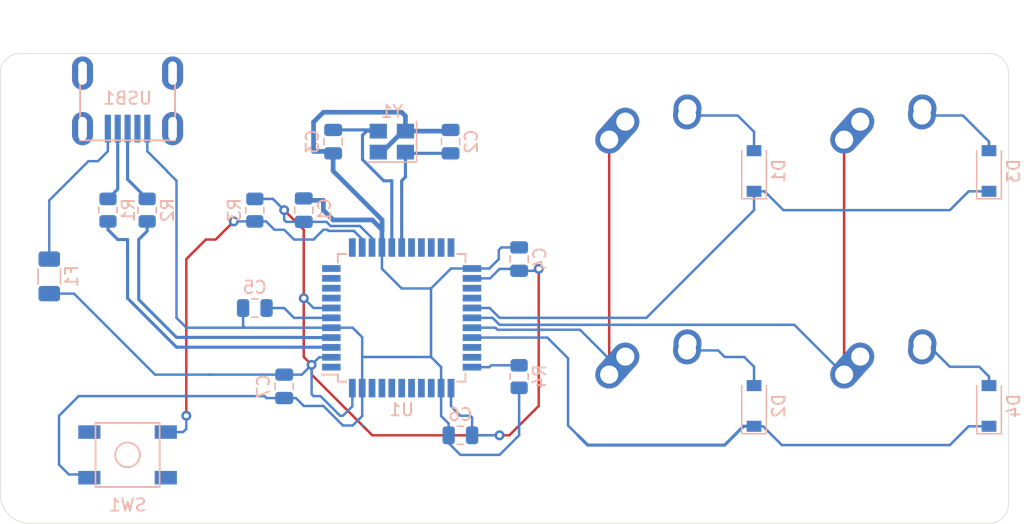
<source format=kicad_pcb>
(kicad_pcb (version 20171130) (host pcbnew "(5.1.4-0-10_14)")

  (general
    (thickness 1.6)
    (drawings 9)
    (tracks 262)
    (zones 0)
    (modules 24)
    (nets 45)
  )

  (page A4)
  (layers
    (0 F.Cu signal)
    (31 B.Cu signal)
    (32 B.Adhes user)
    (33 F.Adhes user)
    (34 B.Paste user)
    (35 F.Paste user)
    (36 B.SilkS user)
    (37 F.SilkS user)
    (38 B.Mask user)
    (39 F.Mask user)
    (40 Dwgs.User user)
    (41 Cmts.User user)
    (42 Eco1.User user)
    (43 Eco2.User user)
    (44 Edge.Cuts user)
    (45 Margin user)
    (46 B.CrtYd user)
    (47 F.CrtYd user)
    (48 B.Fab user)
    (49 F.Fab user)
  )

  (setup
    (last_trace_width 0.254)
    (trace_clearance 0.2)
    (zone_clearance 0.508)
    (zone_45_only no)
    (trace_min 0.2)
    (via_size 0.8)
    (via_drill 0.4)
    (via_min_size 0.4)
    (via_min_drill 0.3)
    (uvia_size 0.3)
    (uvia_drill 0.1)
    (uvias_allowed no)
    (uvia_min_size 0.2)
    (uvia_min_drill 0.1)
    (edge_width 0.05)
    (segment_width 0.2)
    (pcb_text_width 0.3)
    (pcb_text_size 1.5 1.5)
    (mod_edge_width 0.12)
    (mod_text_size 1 1)
    (mod_text_width 0.15)
    (pad_size 1.524 1.524)
    (pad_drill 0.762)
    (pad_to_mask_clearance 0.051)
    (solder_mask_min_width 0.25)
    (aux_axis_origin 0 0)
    (visible_elements FFFFFF7F)
    (pcbplotparams
      (layerselection 0x010fc_ffffffff)
      (usegerberextensions false)
      (usegerberattributes false)
      (usegerberadvancedattributes false)
      (creategerberjobfile false)
      (excludeedgelayer true)
      (linewidth 0.100000)
      (plotframeref false)
      (viasonmask false)
      (mode 1)
      (useauxorigin false)
      (hpglpennumber 1)
      (hpglpenspeed 20)
      (hpglpendiameter 15.000000)
      (psnegative false)
      (psa4output false)
      (plotreference true)
      (plotvalue true)
      (plotinvisibletext false)
      (padsonsilk false)
      (subtractmaskfromsilk false)
      (outputformat 1)
      (mirror false)
      (drillshape 1)
      (scaleselection 1)
      (outputdirectory ""))
  )

  (net 0 "")
  (net 1 GND)
  (net 2 +5V)
  (net 3 "Net-(C2-Pad1)")
  (net 4 "Net-(C3-Pad1)")
  (net 5 "Net-(C5-Pad1)")
  (net 6 "Net-(D1-Pad2)")
  (net 7 ROW0)
  (net 8 "Net-(D2-Pad2)")
  (net 9 ROW1)
  (net 10 "Net-(D3-Pad2)")
  (net 11 "Net-(D4-Pad2)")
  (net 12 VCC)
  (net 13 COL0)
  (net 14 COL1)
  (net 15 D-)
  (net 16 "Net-(R1-Pad1)")
  (net 17 D+)
  (net 18 "Net-(R2-Pad1)")
  (net 19 "Net-(R3-Pad2)")
  (net 20 "Net-(R4-Pad2)")
  (net 21 "Net-(U1-Pad42)")
  (net 22 "Net-(U1-Pad41)")
  (net 23 "Net-(U1-Pad40)")
  (net 24 "Net-(U1-Pad39)")
  (net 25 "Net-(U1-Pad38)")
  (net 26 "Net-(U1-Pad37)")
  (net 27 "Net-(U1-Pad36)")
  (net 28 "Net-(U1-Pad32)")
  (net 29 "Net-(U1-Pad31)")
  (net 30 "Net-(U1-Pad26)")
  (net 31 "Net-(U1-Pad25)")
  (net 32 "Net-(U1-Pad22)")
  (net 33 "Net-(U1-Pad21)")
  (net 34 "Net-(U1-Pad20)")
  (net 35 "Net-(U1-Pad19)")
  (net 36 "Net-(U1-Pad18)")
  (net 37 "Net-(U1-Pad12)")
  (net 38 "Net-(U1-Pad11)")
  (net 39 "Net-(U1-Pad10)")
  (net 40 "Net-(U1-Pad9)")
  (net 41 "Net-(U1-Pad8)")
  (net 42 "Net-(U1-Pad1)")
  (net 43 "Net-(USB1-Pad6)")
  (net 44 "Net-(USB1-Pad2)")

  (net_class Default "This is the default net class."
    (clearance 0.2)
    (trace_width 0.254)
    (via_dia 0.8)
    (via_drill 0.4)
    (uvia_dia 0.3)
    (uvia_drill 0.1)
    (add_net COL0)
    (add_net COL1)
    (add_net D+)
    (add_net D-)
    (add_net "Net-(C2-Pad1)")
    (add_net "Net-(C3-Pad1)")
    (add_net "Net-(C5-Pad1)")
    (add_net "Net-(D1-Pad2)")
    (add_net "Net-(D2-Pad2)")
    (add_net "Net-(D3-Pad2)")
    (add_net "Net-(D4-Pad2)")
    (add_net "Net-(R1-Pad1)")
    (add_net "Net-(R2-Pad1)")
    (add_net "Net-(R3-Pad2)")
    (add_net "Net-(R4-Pad2)")
    (add_net "Net-(U1-Pad1)")
    (add_net "Net-(U1-Pad10)")
    (add_net "Net-(U1-Pad11)")
    (add_net "Net-(U1-Pad12)")
    (add_net "Net-(U1-Pad18)")
    (add_net "Net-(U1-Pad19)")
    (add_net "Net-(U1-Pad20)")
    (add_net "Net-(U1-Pad21)")
    (add_net "Net-(U1-Pad22)")
    (add_net "Net-(U1-Pad25)")
    (add_net "Net-(U1-Pad26)")
    (add_net "Net-(U1-Pad31)")
    (add_net "Net-(U1-Pad32)")
    (add_net "Net-(U1-Pad36)")
    (add_net "Net-(U1-Pad37)")
    (add_net "Net-(U1-Pad38)")
    (add_net "Net-(U1-Pad39)")
    (add_net "Net-(U1-Pad40)")
    (add_net "Net-(U1-Pad41)")
    (add_net "Net-(U1-Pad42)")
    (add_net "Net-(U1-Pad8)")
    (add_net "Net-(U1-Pad9)")
    (add_net "Net-(USB1-Pad2)")
    (add_net "Net-(USB1-Pad6)")
    (add_net ROW0)
    (add_net ROW1)
    (add_net VCC)
  )

  (net_class power ""
    (clearance 0.2)
    (trace_width 0.381)
    (via_dia 0.8)
    (via_drill 0.4)
    (uvia_dia 0.3)
    (uvia_drill 0.1)
    (add_net +5V)
    (add_net GND)
  )

  (module Crystal:Crystal_SMD_3225-4Pin_3.2x2.5mm (layer B.Cu) (tedit 5A0FD1B2) (tstamp 6092D133)
    (at 191.29375 110.33125 180)
    (descr "SMD Crystal SERIES SMD3225/4 http://www.txccrystal.com/images/pdf/7m-accuracy.pdf, 3.2x2.5mm^2 package")
    (tags "SMD SMT crystal")
    (path /6093CA9D)
    (attr smd)
    (fp_text reference Y1 (at 0 2.45) (layer B.SilkS)
      (effects (font (size 1 1) (thickness 0.15)) (justify mirror))
    )
    (fp_text value 16MHz (at 0 -2.45) (layer B.Fab)
      (effects (font (size 1 1) (thickness 0.15)) (justify mirror))
    )
    (fp_line (start 2.1 1.7) (end -2.1 1.7) (layer B.CrtYd) (width 0.05))
    (fp_line (start 2.1 -1.7) (end 2.1 1.7) (layer B.CrtYd) (width 0.05))
    (fp_line (start -2.1 -1.7) (end 2.1 -1.7) (layer B.CrtYd) (width 0.05))
    (fp_line (start -2.1 1.7) (end -2.1 -1.7) (layer B.CrtYd) (width 0.05))
    (fp_line (start -2 -1.65) (end 2 -1.65) (layer B.SilkS) (width 0.12))
    (fp_line (start -2 1.65) (end -2 -1.65) (layer B.SilkS) (width 0.12))
    (fp_line (start -1.6 -0.25) (end -0.6 -1.25) (layer B.Fab) (width 0.1))
    (fp_line (start 1.6 1.25) (end -1.6 1.25) (layer B.Fab) (width 0.1))
    (fp_line (start 1.6 -1.25) (end 1.6 1.25) (layer B.Fab) (width 0.1))
    (fp_line (start -1.6 -1.25) (end 1.6 -1.25) (layer B.Fab) (width 0.1))
    (fp_line (start -1.6 1.25) (end -1.6 -1.25) (layer B.Fab) (width 0.1))
    (fp_text user %R (at 0 0) (layer B.Fab)
      (effects (font (size 0.7 0.7) (thickness 0.105)) (justify mirror))
    )
    (pad 4 smd rect (at -1.1 0.85 180) (size 1.4 1.2) (layers B.Cu B.Paste B.Mask)
      (net 1 GND))
    (pad 3 smd rect (at 1.1 0.85 180) (size 1.4 1.2) (layers B.Cu B.Paste B.Mask)
      (net 4 "Net-(C3-Pad1)"))
    (pad 2 smd rect (at 1.1 -0.85 180) (size 1.4 1.2) (layers B.Cu B.Paste B.Mask)
      (net 1 GND))
    (pad 1 smd rect (at -1.1 -0.85 180) (size 1.4 1.2) (layers B.Cu B.Paste B.Mask)
      (net 3 "Net-(C2-Pad1)"))
    (model ${KISYS3DMOD}/Crystal.3dshapes/Crystal_SMD_3225-4Pin_3.2x2.5mm.wrl
      (at (xyz 0 0 0))
      (scale (xyz 1 1 1))
      (rotate (xyz 0 0 0))
    )
  )

  (module random-keyboard-parts:Molex-0548190589 (layer B.Cu) (tedit 5C494815) (tstamp 6092C902)
    (at 169.8625 104.775 270)
    (path /6097808F)
    (attr smd)
    (fp_text reference USB1 (at 2.032 0) (layer B.SilkS)
      (effects (font (size 1 1) (thickness 0.15)) (justify mirror))
    )
    (fp_text value Molex-0548190589 (at -5.08 0) (layer Dwgs.User)
      (effects (font (size 1 1) (thickness 0.15)))
    )
    (fp_text user %R (at 2 0) (layer B.CrtYd)
      (effects (font (size 1 1) (thickness 0.15)) (justify mirror))
    )
    (fp_line (start 3.25 1.25) (end 5.5 1.25) (layer B.CrtYd) (width 0.15))
    (fp_line (start 5.5 0.5) (end 3.25 0.5) (layer B.CrtYd) (width 0.15))
    (fp_line (start 3.25 -0.5) (end 5.5 -0.5) (layer B.CrtYd) (width 0.15))
    (fp_line (start 5.5 -1.25) (end 3.25 -1.25) (layer B.CrtYd) (width 0.15))
    (fp_line (start 3.25 -2) (end 5.5 -2) (layer B.CrtYd) (width 0.15))
    (fp_line (start 3.25 2) (end 3.25 -2) (layer B.CrtYd) (width 0.15))
    (fp_line (start 5.5 2) (end 3.25 2) (layer B.CrtYd) (width 0.15))
    (fp_line (start -3.75 -3.75) (end -3.75 3.75) (layer B.CrtYd) (width 0.15))
    (fp_line (start 5.5 -3.75) (end -3.75 -3.75) (layer B.CrtYd) (width 0.15))
    (fp_line (start 5.5 3.75) (end 5.5 -3.75) (layer B.CrtYd) (width 0.15))
    (fp_line (start -3.75 3.75) (end 5.5 3.75) (layer B.CrtYd) (width 0.15))
    (fp_line (start 0 3.85) (end 5.45 3.85) (layer B.SilkS) (width 0.15))
    (fp_line (start 0 -3.85) (end 5.45 -3.85) (layer B.SilkS) (width 0.15))
    (fp_line (start 5.45 3.85) (end 5.45 -3.85) (layer B.SilkS) (width 0.15))
    (fp_line (start -3.75 3.85) (end 0 3.85) (layer Dwgs.User) (width 0.15))
    (fp_line (start -3.75 -3.85) (end 0 -3.85) (layer Dwgs.User) (width 0.15))
    (fp_line (start -1.75 4.572) (end -1.75 -4.572) (layer Dwgs.User) (width 0.15))
    (fp_line (start -3.75 3.85) (end -3.75 -3.85) (layer Dwgs.User) (width 0.15))
    (pad 6 thru_hole oval (at 0 3.65 270) (size 2.7 1.7) (drill oval 1.9 0.7) (layers *.Cu *.Mask)
      (net 43 "Net-(USB1-Pad6)"))
    (pad 6 thru_hole oval (at 0 -3.65 270) (size 2.7 1.7) (drill oval 1.9 0.7) (layers *.Cu *.Mask)
      (net 43 "Net-(USB1-Pad6)"))
    (pad 6 thru_hole oval (at 4.5 -3.65 270) (size 2.7 1.7) (drill oval 1.9 0.7) (layers *.Cu *.Mask)
      (net 43 "Net-(USB1-Pad6)"))
    (pad 6 thru_hole oval (at 4.5 3.65 270) (size 2.7 1.7) (drill oval 1.9 0.7) (layers *.Cu *.Mask)
      (net 43 "Net-(USB1-Pad6)"))
    (pad 5 smd rect (at 4.5 1.6 270) (size 2.25 0.5) (layers B.Cu B.Paste B.Mask)
      (net 12 VCC))
    (pad 4 smd rect (at 4.5 0.8 270) (size 2.25 0.5) (layers B.Cu B.Paste B.Mask)
      (net 15 D-))
    (pad 3 smd rect (at 4.5 0 270) (size 2.25 0.5) (layers B.Cu B.Paste B.Mask)
      (net 17 D+))
    (pad 2 smd rect (at 4.5 -0.8 270) (size 2.25 0.5) (layers B.Cu B.Paste B.Mask)
      (net 44 "Net-(USB1-Pad2)"))
    (pad 1 smd rect (at 4.5 -1.6 270) (size 2.25 0.5) (layers B.Cu B.Paste B.Mask)
      (net 1 GND))
  )

  (module Package_QFP:TQFP-44_10x10mm_P0.8mm (layer B.Cu) (tedit 5A02F146) (tstamp 6092CF89)
    (at 192.0875 124.61875)
    (descr "44-Lead Plastic Thin Quad Flatpack (PT) - 10x10x1.0 mm Body [TQFP] (see Microchip Packaging Specification 00000049BS.pdf)")
    (tags "QFP 0.8")
    (path /60922494)
    (attr smd)
    (fp_text reference U1 (at 0 7.45) (layer B.SilkS)
      (effects (font (size 1 1) (thickness 0.15)) (justify mirror))
    )
    (fp_text value ATmega32U4-A (at 0 -7.45) (layer B.Fab)
      (effects (font (size 1 1) (thickness 0.15)) (justify mirror))
    )
    (fp_line (start -5.175 4.6) (end -6.45 4.6) (layer B.SilkS) (width 0.15))
    (fp_line (start 5.175 5.175) (end 4.5 5.175) (layer B.SilkS) (width 0.15))
    (fp_line (start 5.175 -5.175) (end 4.5 -5.175) (layer B.SilkS) (width 0.15))
    (fp_line (start -5.175 -5.175) (end -4.5 -5.175) (layer B.SilkS) (width 0.15))
    (fp_line (start -5.175 5.175) (end -4.5 5.175) (layer B.SilkS) (width 0.15))
    (fp_line (start -5.175 -5.175) (end -5.175 -4.5) (layer B.SilkS) (width 0.15))
    (fp_line (start 5.175 -5.175) (end 5.175 -4.5) (layer B.SilkS) (width 0.15))
    (fp_line (start 5.175 5.175) (end 5.175 4.5) (layer B.SilkS) (width 0.15))
    (fp_line (start -5.175 5.175) (end -5.175 4.6) (layer B.SilkS) (width 0.15))
    (fp_line (start -6.7 -6.7) (end 6.7 -6.7) (layer B.CrtYd) (width 0.05))
    (fp_line (start -6.7 6.7) (end 6.7 6.7) (layer B.CrtYd) (width 0.05))
    (fp_line (start 6.7 6.7) (end 6.7 -6.7) (layer B.CrtYd) (width 0.05))
    (fp_line (start -6.7 6.7) (end -6.7 -6.7) (layer B.CrtYd) (width 0.05))
    (fp_line (start -5 4) (end -4 5) (layer B.Fab) (width 0.15))
    (fp_line (start -5 -5) (end -5 4) (layer B.Fab) (width 0.15))
    (fp_line (start 5 -5) (end -5 -5) (layer B.Fab) (width 0.15))
    (fp_line (start 5 5) (end 5 -5) (layer B.Fab) (width 0.15))
    (fp_line (start -4 5) (end 5 5) (layer B.Fab) (width 0.15))
    (fp_text user %R (at 0 0) (layer B.Fab)
      (effects (font (size 1 1) (thickness 0.15)) (justify mirror))
    )
    (pad 44 smd rect (at -4 5.7 270) (size 1.5 0.55) (layers B.Cu B.Paste B.Mask)
      (net 2 +5V))
    (pad 43 smd rect (at -3.2 5.7 270) (size 1.5 0.55) (layers B.Cu B.Paste B.Mask)
      (net 1 GND))
    (pad 42 smd rect (at -2.4 5.7 270) (size 1.5 0.55) (layers B.Cu B.Paste B.Mask)
      (net 21 "Net-(U1-Pad42)"))
    (pad 41 smd rect (at -1.6 5.7 270) (size 1.5 0.55) (layers B.Cu B.Paste B.Mask)
      (net 22 "Net-(U1-Pad41)"))
    (pad 40 smd rect (at -0.8 5.7 270) (size 1.5 0.55) (layers B.Cu B.Paste B.Mask)
      (net 23 "Net-(U1-Pad40)"))
    (pad 39 smd rect (at 0 5.7 270) (size 1.5 0.55) (layers B.Cu B.Paste B.Mask)
      (net 24 "Net-(U1-Pad39)"))
    (pad 38 smd rect (at 0.8 5.7 270) (size 1.5 0.55) (layers B.Cu B.Paste B.Mask)
      (net 25 "Net-(U1-Pad38)"))
    (pad 37 smd rect (at 1.6 5.7 270) (size 1.5 0.55) (layers B.Cu B.Paste B.Mask)
      (net 26 "Net-(U1-Pad37)"))
    (pad 36 smd rect (at 2.4 5.7 270) (size 1.5 0.55) (layers B.Cu B.Paste B.Mask)
      (net 27 "Net-(U1-Pad36)"))
    (pad 35 smd rect (at 3.2 5.7 270) (size 1.5 0.55) (layers B.Cu B.Paste B.Mask)
      (net 1 GND))
    (pad 34 smd rect (at 4 5.7 270) (size 1.5 0.55) (layers B.Cu B.Paste B.Mask)
      (net 2 +5V))
    (pad 33 smd rect (at 5.7 4) (size 1.5 0.55) (layers B.Cu B.Paste B.Mask)
      (net 20 "Net-(R4-Pad2)"))
    (pad 32 smd rect (at 5.7 3.2) (size 1.5 0.55) (layers B.Cu B.Paste B.Mask)
      (net 28 "Net-(U1-Pad32)"))
    (pad 31 smd rect (at 5.7 2.4) (size 1.5 0.55) (layers B.Cu B.Paste B.Mask)
      (net 29 "Net-(U1-Pad31)"))
    (pad 30 smd rect (at 5.7 1.6) (size 1.5 0.55) (layers B.Cu B.Paste B.Mask)
      (net 9 ROW1))
    (pad 29 smd rect (at 5.7 0.8) (size 1.5 0.55) (layers B.Cu B.Paste B.Mask)
      (net 13 COL0))
    (pad 28 smd rect (at 5.7 0) (size 1.5 0.55) (layers B.Cu B.Paste B.Mask)
      (net 14 COL1))
    (pad 27 smd rect (at 5.7 -0.8) (size 1.5 0.55) (layers B.Cu B.Paste B.Mask)
      (net 7 ROW0))
    (pad 26 smd rect (at 5.7 -1.6) (size 1.5 0.55) (layers B.Cu B.Paste B.Mask)
      (net 30 "Net-(U1-Pad26)"))
    (pad 25 smd rect (at 5.7 -2.4) (size 1.5 0.55) (layers B.Cu B.Paste B.Mask)
      (net 31 "Net-(U1-Pad25)"))
    (pad 24 smd rect (at 5.7 -3.2) (size 1.5 0.55) (layers B.Cu B.Paste B.Mask)
      (net 2 +5V))
    (pad 23 smd rect (at 5.7 -4) (size 1.5 0.55) (layers B.Cu B.Paste B.Mask)
      (net 1 GND))
    (pad 22 smd rect (at 4 -5.7 270) (size 1.5 0.55) (layers B.Cu B.Paste B.Mask)
      (net 32 "Net-(U1-Pad22)"))
    (pad 21 smd rect (at 3.2 -5.7 270) (size 1.5 0.55) (layers B.Cu B.Paste B.Mask)
      (net 33 "Net-(U1-Pad21)"))
    (pad 20 smd rect (at 2.4 -5.7 270) (size 1.5 0.55) (layers B.Cu B.Paste B.Mask)
      (net 34 "Net-(U1-Pad20)"))
    (pad 19 smd rect (at 1.6 -5.7 270) (size 1.5 0.55) (layers B.Cu B.Paste B.Mask)
      (net 35 "Net-(U1-Pad19)"))
    (pad 18 smd rect (at 0.8 -5.7 270) (size 1.5 0.55) (layers B.Cu B.Paste B.Mask)
      (net 36 "Net-(U1-Pad18)"))
    (pad 17 smd rect (at 0 -5.7 270) (size 1.5 0.55) (layers B.Cu B.Paste B.Mask)
      (net 3 "Net-(C2-Pad1)"))
    (pad 16 smd rect (at -0.8 -5.7 270) (size 1.5 0.55) (layers B.Cu B.Paste B.Mask)
      (net 4 "Net-(C3-Pad1)"))
    (pad 15 smd rect (at -1.6 -5.7 270) (size 1.5 0.55) (layers B.Cu B.Paste B.Mask)
      (net 1 GND))
    (pad 14 smd rect (at -2.4 -5.7 270) (size 1.5 0.55) (layers B.Cu B.Paste B.Mask)
      (net 2 +5V))
    (pad 13 smd rect (at -3.2 -5.7 270) (size 1.5 0.55) (layers B.Cu B.Paste B.Mask)
      (net 19 "Net-(R3-Pad2)"))
    (pad 12 smd rect (at -4 -5.7 270) (size 1.5 0.55) (layers B.Cu B.Paste B.Mask)
      (net 37 "Net-(U1-Pad12)"))
    (pad 11 smd rect (at -5.7 -4) (size 1.5 0.55) (layers B.Cu B.Paste B.Mask)
      (net 38 "Net-(U1-Pad11)"))
    (pad 10 smd rect (at -5.7 -3.2) (size 1.5 0.55) (layers B.Cu B.Paste B.Mask)
      (net 39 "Net-(U1-Pad10)"))
    (pad 9 smd rect (at -5.7 -2.4) (size 1.5 0.55) (layers B.Cu B.Paste B.Mask)
      (net 40 "Net-(U1-Pad9)"))
    (pad 8 smd rect (at -5.7 -1.6) (size 1.5 0.55) (layers B.Cu B.Paste B.Mask)
      (net 41 "Net-(U1-Pad8)"))
    (pad 7 smd rect (at -5.7 -0.8) (size 1.5 0.55) (layers B.Cu B.Paste B.Mask)
      (net 2 +5V))
    (pad 6 smd rect (at -5.7 0) (size 1.5 0.55) (layers B.Cu B.Paste B.Mask)
      (net 5 "Net-(C5-Pad1)"))
    (pad 5 smd rect (at -5.7 0.8) (size 1.5 0.55) (layers B.Cu B.Paste B.Mask)
      (net 1 GND))
    (pad 4 smd rect (at -5.7 1.6) (size 1.5 0.55) (layers B.Cu B.Paste B.Mask)
      (net 18 "Net-(R2-Pad1)"))
    (pad 3 smd rect (at -5.7 2.4) (size 1.5 0.55) (layers B.Cu B.Paste B.Mask)
      (net 16 "Net-(R1-Pad1)"))
    (pad 2 smd rect (at -5.7 3.2) (size 1.5 0.55) (layers B.Cu B.Paste B.Mask)
      (net 2 +5V))
    (pad 1 smd rect (at -5.7 4) (size 1.5 0.55) (layers B.Cu B.Paste B.Mask)
      (net 42 "Net-(U1-Pad1)"))
    (model ${KISYS3DMOD}/Package_QFP.3dshapes/TQFP-44_10x10mm_P0.8mm.wrl
      (at (xyz 0 0 0))
      (scale (xyz 1 1 1))
      (rotate (xyz 0 0 0))
    )
  )

  (module random-keyboard-parts:SKQG-1155865 (layer B.Cu) (tedit 5E62B398) (tstamp 6092C89F)
    (at 169.8625 135.73125 180)
    (path /60948A4E)
    (attr smd)
    (fp_text reference SW1 (at 0 -4.064) (layer B.SilkS)
      (effects (font (size 1 1) (thickness 0.15)) (justify mirror))
    )
    (fp_text value SW_Push (at 0 4.064) (layer B.Fab)
      (effects (font (size 1 1) (thickness 0.15)) (justify mirror))
    )
    (fp_line (start -2.6 2.6) (end 2.6 2.6) (layer B.SilkS) (width 0.15))
    (fp_line (start 2.6 2.6) (end 2.6 -2.6) (layer B.SilkS) (width 0.15))
    (fp_line (start 2.6 -2.6) (end -2.6 -2.6) (layer B.SilkS) (width 0.15))
    (fp_line (start -2.6 -2.6) (end -2.6 2.6) (layer B.SilkS) (width 0.15))
    (fp_circle (center 0 0) (end 1 0) (layer B.SilkS) (width 0.15))
    (fp_line (start -4.2 2.6) (end 4.2 2.6) (layer B.Fab) (width 0.15))
    (fp_line (start 4.2 2.6) (end 4.2 1.2) (layer B.Fab) (width 0.15))
    (fp_line (start 4.2 1.1) (end 2.6 1.1) (layer B.Fab) (width 0.15))
    (fp_line (start 2.6 1.1) (end 2.6 -1.1) (layer B.Fab) (width 0.15))
    (fp_line (start 2.6 -1.1) (end 4.2 -1.1) (layer B.Fab) (width 0.15))
    (fp_line (start 4.2 -1.1) (end 4.2 -2.6) (layer B.Fab) (width 0.15))
    (fp_line (start 4.2 -2.6) (end -4.2 -2.6) (layer B.Fab) (width 0.15))
    (fp_line (start -4.2 -2.6) (end -4.2 -1.1) (layer B.Fab) (width 0.15))
    (fp_line (start -4.2 -1.1) (end -2.6 -1.1) (layer B.Fab) (width 0.15))
    (fp_line (start -2.6 -1.1) (end -2.6 1.1) (layer B.Fab) (width 0.15))
    (fp_line (start -2.6 1.1) (end -4.2 1.1) (layer B.Fab) (width 0.15))
    (fp_line (start -4.2 1.1) (end -4.2 2.6) (layer B.Fab) (width 0.15))
    (fp_circle (center 0 0) (end 1 0) (layer B.Fab) (width 0.15))
    (fp_line (start -2.6 1.1) (end -1.1 2.6) (layer B.Fab) (width 0.15))
    (fp_line (start 2.6 1.1) (end 1.1 2.6) (layer B.Fab) (width 0.15))
    (fp_line (start 2.6 -1.1) (end 1.1 -2.6) (layer B.Fab) (width 0.15))
    (fp_line (start -2.6 -1.1) (end -1.1 -2.6) (layer B.Fab) (width 0.15))
    (pad 4 smd rect (at -3.1 -1.85 180) (size 1.8 1.1) (layers B.Cu B.Paste B.Mask))
    (pad 3 smd rect (at 3.1 1.85 180) (size 1.8 1.1) (layers B.Cu B.Paste B.Mask))
    (pad 2 smd rect (at -3.1 1.85 180) (size 1.8 1.1) (layers B.Cu B.Paste B.Mask)
      (net 19 "Net-(R3-Pad2)"))
    (pad 1 smd rect (at 3.1 -1.85 180) (size 1.8 1.1) (layers B.Cu B.Paste B.Mask)
      (net 1 GND))
    (model ${KISYS3DMOD}/Button_Switch_SMD.3dshapes/SW_SPST_TL3342.step
      (at (xyz 0 0 0))
      (scale (xyz 1 1 1))
      (rotate (xyz 0 0 0))
    )
  )

  (module Resistor_SMD:R_0805_2012Metric (layer B.Cu) (tedit 5F68FEEE) (tstamp 6092C881)
    (at 201.6125 129.38125 90)
    (descr "Resistor SMD 0805 (2012 Metric), square (rectangular) end terminal, IPC_7351 nominal, (Body size source: IPC-SM-782 page 72, https://www.pcb-3d.com/wordpress/wp-content/uploads/ipc-sm-782a_amendment_1_and_2.pdf), generated with kicad-footprint-generator")
    (tags resistor)
    (path /6092A2F6)
    (attr smd)
    (fp_text reference R4 (at 0 1.65 90) (layer B.SilkS)
      (effects (font (size 1 1) (thickness 0.15)) (justify mirror))
    )
    (fp_text value 10k (at 0 -1.65 90) (layer B.Fab)
      (effects (font (size 1 1) (thickness 0.15)) (justify mirror))
    )
    (fp_text user %R (at 0 0 90) (layer B.Fab)
      (effects (font (size 0.5 0.5) (thickness 0.08)) (justify mirror))
    )
    (fp_line (start 1.68 -0.95) (end -1.68 -0.95) (layer B.CrtYd) (width 0.05))
    (fp_line (start 1.68 0.95) (end 1.68 -0.95) (layer B.CrtYd) (width 0.05))
    (fp_line (start -1.68 0.95) (end 1.68 0.95) (layer B.CrtYd) (width 0.05))
    (fp_line (start -1.68 -0.95) (end -1.68 0.95) (layer B.CrtYd) (width 0.05))
    (fp_line (start -0.227064 -0.735) (end 0.227064 -0.735) (layer B.SilkS) (width 0.12))
    (fp_line (start -0.227064 0.735) (end 0.227064 0.735) (layer B.SilkS) (width 0.12))
    (fp_line (start 1 -0.625) (end -1 -0.625) (layer B.Fab) (width 0.1))
    (fp_line (start 1 0.625) (end 1 -0.625) (layer B.Fab) (width 0.1))
    (fp_line (start -1 0.625) (end 1 0.625) (layer B.Fab) (width 0.1))
    (fp_line (start -1 -0.625) (end -1 0.625) (layer B.Fab) (width 0.1))
    (pad 2 smd roundrect (at 0.9125 0 90) (size 1.025 1.4) (layers B.Cu B.Paste B.Mask) (roundrect_rratio 0.243902)
      (net 20 "Net-(R4-Pad2)"))
    (pad 1 smd roundrect (at -0.9125 0 90) (size 1.025 1.4) (layers B.Cu B.Paste B.Mask) (roundrect_rratio 0.243902)
      (net 1 GND))
    (model ${KISYS3DMOD}/Resistor_SMD.3dshapes/R_0805_2012Metric.wrl
      (at (xyz 0 0 0))
      (scale (xyz 1 1 1))
      (rotate (xyz 0 0 0))
    )
  )

  (module Resistor_SMD:R_0805_2012Metric (layer B.Cu) (tedit 5F68FEEE) (tstamp 6092C870)
    (at 180.18125 115.8875 270)
    (descr "Resistor SMD 0805 (2012 Metric), square (rectangular) end terminal, IPC_7351 nominal, (Body size source: IPC-SM-782 page 72, https://www.pcb-3d.com/wordpress/wp-content/uploads/ipc-sm-782a_amendment_1_and_2.pdf), generated with kicad-footprint-generator")
    (tags resistor)
    (path /6094F0B8)
    (attr smd)
    (fp_text reference R3 (at 0 1.65 270) (layer B.SilkS)
      (effects (font (size 1 1) (thickness 0.15)) (justify mirror))
    )
    (fp_text value 10k (at 0 -1.65 270) (layer B.Fab)
      (effects (font (size 1 1) (thickness 0.15)) (justify mirror))
    )
    (fp_text user %R (at 0 0 270) (layer B.Fab)
      (effects (font (size 0.5 0.5) (thickness 0.08)) (justify mirror))
    )
    (fp_line (start 1.68 -0.95) (end -1.68 -0.95) (layer B.CrtYd) (width 0.05))
    (fp_line (start 1.68 0.95) (end 1.68 -0.95) (layer B.CrtYd) (width 0.05))
    (fp_line (start -1.68 0.95) (end 1.68 0.95) (layer B.CrtYd) (width 0.05))
    (fp_line (start -1.68 -0.95) (end -1.68 0.95) (layer B.CrtYd) (width 0.05))
    (fp_line (start -0.227064 -0.735) (end 0.227064 -0.735) (layer B.SilkS) (width 0.12))
    (fp_line (start -0.227064 0.735) (end 0.227064 0.735) (layer B.SilkS) (width 0.12))
    (fp_line (start 1 -0.625) (end -1 -0.625) (layer B.Fab) (width 0.1))
    (fp_line (start 1 0.625) (end 1 -0.625) (layer B.Fab) (width 0.1))
    (fp_line (start -1 0.625) (end 1 0.625) (layer B.Fab) (width 0.1))
    (fp_line (start -1 -0.625) (end -1 0.625) (layer B.Fab) (width 0.1))
    (pad 2 smd roundrect (at 0.9125 0 270) (size 1.025 1.4) (layers B.Cu B.Paste B.Mask) (roundrect_rratio 0.243902)
      (net 19 "Net-(R3-Pad2)"))
    (pad 1 smd roundrect (at -0.9125 0 270) (size 1.025 1.4) (layers B.Cu B.Paste B.Mask) (roundrect_rratio 0.243902)
      (net 2 +5V))
    (model ${KISYS3DMOD}/Resistor_SMD.3dshapes/R_0805_2012Metric.wrl
      (at (xyz 0 0 0))
      (scale (xyz 1 1 1))
      (rotate (xyz 0 0 0))
    )
  )

  (module Resistor_SMD:R_0805_2012Metric (layer B.Cu) (tedit 5F68FEEE) (tstamp 6092C85F)
    (at 171.45 115.8875 90)
    (descr "Resistor SMD 0805 (2012 Metric), square (rectangular) end terminal, IPC_7351 nominal, (Body size source: IPC-SM-782 page 72, https://www.pcb-3d.com/wordpress/wp-content/uploads/ipc-sm-782a_amendment_1_and_2.pdf), generated with kicad-footprint-generator")
    (tags resistor)
    (path /6092C755)
    (attr smd)
    (fp_text reference R2 (at 0 1.65 270) (layer B.SilkS)
      (effects (font (size 1 1) (thickness 0.15)) (justify mirror))
    )
    (fp_text value 22 (at 0 -1.65 270) (layer B.Fab)
      (effects (font (size 1 1) (thickness 0.15)) (justify mirror))
    )
    (fp_text user %R (at 0 0 270) (layer B.Fab)
      (effects (font (size 0.5 0.5) (thickness 0.08)) (justify mirror))
    )
    (fp_line (start 1.68 -0.95) (end -1.68 -0.95) (layer B.CrtYd) (width 0.05))
    (fp_line (start 1.68 0.95) (end 1.68 -0.95) (layer B.CrtYd) (width 0.05))
    (fp_line (start -1.68 0.95) (end 1.68 0.95) (layer B.CrtYd) (width 0.05))
    (fp_line (start -1.68 -0.95) (end -1.68 0.95) (layer B.CrtYd) (width 0.05))
    (fp_line (start -0.227064 -0.735) (end 0.227064 -0.735) (layer B.SilkS) (width 0.12))
    (fp_line (start -0.227064 0.735) (end 0.227064 0.735) (layer B.SilkS) (width 0.12))
    (fp_line (start 1 -0.625) (end -1 -0.625) (layer B.Fab) (width 0.1))
    (fp_line (start 1 0.625) (end 1 -0.625) (layer B.Fab) (width 0.1))
    (fp_line (start -1 0.625) (end 1 0.625) (layer B.Fab) (width 0.1))
    (fp_line (start -1 -0.625) (end -1 0.625) (layer B.Fab) (width 0.1))
    (pad 2 smd roundrect (at 0.9125 0 90) (size 1.025 1.4) (layers B.Cu B.Paste B.Mask) (roundrect_rratio 0.243902)
      (net 17 D+))
    (pad 1 smd roundrect (at -0.9125 0 90) (size 1.025 1.4) (layers B.Cu B.Paste B.Mask) (roundrect_rratio 0.243902)
      (net 18 "Net-(R2-Pad1)"))
    (model ${KISYS3DMOD}/Resistor_SMD.3dshapes/R_0805_2012Metric.wrl
      (at (xyz 0 0 0))
      (scale (xyz 1 1 1))
      (rotate (xyz 0 0 0))
    )
  )

  (module Resistor_SMD:R_0805_2012Metric (layer B.Cu) (tedit 5F68FEEE) (tstamp 6092C84E)
    (at 168.275 115.8875 90)
    (descr "Resistor SMD 0805 (2012 Metric), square (rectangular) end terminal, IPC_7351 nominal, (Body size source: IPC-SM-782 page 72, https://www.pcb-3d.com/wordpress/wp-content/uploads/ipc-sm-782a_amendment_1_and_2.pdf), generated with kicad-footprint-generator")
    (tags resistor)
    (path /6092CEA1)
    (attr smd)
    (fp_text reference R1 (at 0 1.65 90) (layer B.SilkS)
      (effects (font (size 1 1) (thickness 0.15)) (justify mirror))
    )
    (fp_text value 22 (at 0 -1.65 90) (layer B.Fab)
      (effects (font (size 1 1) (thickness 0.15)) (justify mirror))
    )
    (fp_text user %R (at 0 0 90) (layer B.Fab)
      (effects (font (size 0.5 0.5) (thickness 0.08)) (justify mirror))
    )
    (fp_line (start 1.68 -0.95) (end -1.68 -0.95) (layer B.CrtYd) (width 0.05))
    (fp_line (start 1.68 0.95) (end 1.68 -0.95) (layer B.CrtYd) (width 0.05))
    (fp_line (start -1.68 0.95) (end 1.68 0.95) (layer B.CrtYd) (width 0.05))
    (fp_line (start -1.68 -0.95) (end -1.68 0.95) (layer B.CrtYd) (width 0.05))
    (fp_line (start -0.227064 -0.735) (end 0.227064 -0.735) (layer B.SilkS) (width 0.12))
    (fp_line (start -0.227064 0.735) (end 0.227064 0.735) (layer B.SilkS) (width 0.12))
    (fp_line (start 1 -0.625) (end -1 -0.625) (layer B.Fab) (width 0.1))
    (fp_line (start 1 0.625) (end 1 -0.625) (layer B.Fab) (width 0.1))
    (fp_line (start -1 0.625) (end 1 0.625) (layer B.Fab) (width 0.1))
    (fp_line (start -1 -0.625) (end -1 0.625) (layer B.Fab) (width 0.1))
    (pad 2 smd roundrect (at 0.9125 0 90) (size 1.025 1.4) (layers B.Cu B.Paste B.Mask) (roundrect_rratio 0.243902)
      (net 15 D-))
    (pad 1 smd roundrect (at -0.9125 0 90) (size 1.025 1.4) (layers B.Cu B.Paste B.Mask) (roundrect_rratio 0.243902)
      (net 16 "Net-(R1-Pad1)"))
    (model ${KISYS3DMOD}/Resistor_SMD.3dshapes/R_0805_2012Metric.wrl
      (at (xyz 0 0 0))
      (scale (xyz 1 1 1))
      (rotate (xyz 0 0 0))
    )
  )

  (module MX_Alps_Hybrid:MX-1U-NoLED (layer F.Cu) (tedit 5A9F5203) (tstamp 6092C83D)
    (at 231.775 131.7625)
    (path /60995462)
    (fp_text reference MX4 (at 0 3.175) (layer Dwgs.User)
      (effects (font (size 1 1) (thickness 0.15)))
    )
    (fp_text value MX-NoLED (at 0 -7.9375) (layer Dwgs.User)
      (effects (font (size 1 1) (thickness 0.15)))
    )
    (fp_line (start -9.525 9.525) (end -9.525 -9.525) (layer Dwgs.User) (width 0.15))
    (fp_line (start 9.525 9.525) (end -9.525 9.525) (layer Dwgs.User) (width 0.15))
    (fp_line (start 9.525 -9.525) (end 9.525 9.525) (layer Dwgs.User) (width 0.15))
    (fp_line (start -9.525 -9.525) (end 9.525 -9.525) (layer Dwgs.User) (width 0.15))
    (fp_line (start -7 -7) (end -7 -5) (layer Dwgs.User) (width 0.15))
    (fp_line (start -5 -7) (end -7 -7) (layer Dwgs.User) (width 0.15))
    (fp_line (start -7 7) (end -5 7) (layer Dwgs.User) (width 0.15))
    (fp_line (start -7 5) (end -7 7) (layer Dwgs.User) (width 0.15))
    (fp_line (start 7 7) (end 7 5) (layer Dwgs.User) (width 0.15))
    (fp_line (start 5 7) (end 7 7) (layer Dwgs.User) (width 0.15))
    (fp_line (start 7 -7) (end 7 -5) (layer Dwgs.User) (width 0.15))
    (fp_line (start 5 -7) (end 7 -7) (layer Dwgs.User) (width 0.15))
    (pad "" np_thru_hole circle (at 5.08 0 48.0996) (size 1.75 1.75) (drill 1.75) (layers *.Cu *.Mask))
    (pad "" np_thru_hole circle (at -5.08 0 48.0996) (size 1.75 1.75) (drill 1.75) (layers *.Cu *.Mask))
    (pad 1 thru_hole circle (at -2.5 -4) (size 2.25 2.25) (drill 1.47) (layers *.Cu B.Mask)
      (net 14 COL1))
    (pad "" np_thru_hole circle (at 0 0) (size 3.9878 3.9878) (drill 3.9878) (layers *.Cu *.Mask))
    (pad 1 thru_hole oval (at -3.81 -2.54 48.0996) (size 4.211556 2.25) (drill 1.47 (offset 0.980778 0)) (layers *.Cu B.Mask)
      (net 14 COL1))
    (pad 2 thru_hole circle (at 2.54 -5.08) (size 2.25 2.25) (drill 1.47) (layers *.Cu B.Mask)
      (net 11 "Net-(D4-Pad2)"))
    (pad 2 thru_hole oval (at 2.5 -4.5 86.0548) (size 2.831378 2.25) (drill 1.47 (offset 0.290689 0)) (layers *.Cu B.Mask)
      (net 11 "Net-(D4-Pad2)"))
  )

  (module MX_Alps_Hybrid:MX-1U-NoLED (layer F.Cu) (tedit 5A9F5203) (tstamp 6092C826)
    (at 212.725 131.7625)
    (path /60995455)
    (fp_text reference MX3 (at 0 3.175) (layer Dwgs.User)
      (effects (font (size 1 1) (thickness 0.15)))
    )
    (fp_text value MX-NoLED (at 0 -7.9375) (layer Dwgs.User)
      (effects (font (size 1 1) (thickness 0.15)))
    )
    (fp_line (start -9.525 9.525) (end -9.525 -9.525) (layer Dwgs.User) (width 0.15))
    (fp_line (start 9.525 9.525) (end -9.525 9.525) (layer Dwgs.User) (width 0.15))
    (fp_line (start 9.525 -9.525) (end 9.525 9.525) (layer Dwgs.User) (width 0.15))
    (fp_line (start -9.525 -9.525) (end 9.525 -9.525) (layer Dwgs.User) (width 0.15))
    (fp_line (start -7 -7) (end -7 -5) (layer Dwgs.User) (width 0.15))
    (fp_line (start -5 -7) (end -7 -7) (layer Dwgs.User) (width 0.15))
    (fp_line (start -7 7) (end -5 7) (layer Dwgs.User) (width 0.15))
    (fp_line (start -7 5) (end -7 7) (layer Dwgs.User) (width 0.15))
    (fp_line (start 7 7) (end 7 5) (layer Dwgs.User) (width 0.15))
    (fp_line (start 5 7) (end 7 7) (layer Dwgs.User) (width 0.15))
    (fp_line (start 7 -7) (end 7 -5) (layer Dwgs.User) (width 0.15))
    (fp_line (start 5 -7) (end 7 -7) (layer Dwgs.User) (width 0.15))
    (pad "" np_thru_hole circle (at 5.08 0 48.0996) (size 1.75 1.75) (drill 1.75) (layers *.Cu *.Mask))
    (pad "" np_thru_hole circle (at -5.08 0 48.0996) (size 1.75 1.75) (drill 1.75) (layers *.Cu *.Mask))
    (pad 1 thru_hole circle (at -2.5 -4) (size 2.25 2.25) (drill 1.47) (layers *.Cu B.Mask)
      (net 13 COL0))
    (pad "" np_thru_hole circle (at 0 0) (size 3.9878 3.9878) (drill 3.9878) (layers *.Cu *.Mask))
    (pad 1 thru_hole oval (at -3.81 -2.54 48.0996) (size 4.211556 2.25) (drill 1.47 (offset 0.980778 0)) (layers *.Cu B.Mask)
      (net 13 COL0))
    (pad 2 thru_hole circle (at 2.54 -5.08) (size 2.25 2.25) (drill 1.47) (layers *.Cu B.Mask)
      (net 8 "Net-(D2-Pad2)"))
    (pad 2 thru_hole oval (at 2.5 -4.5 86.0548) (size 2.831378 2.25) (drill 1.47 (offset 0.290689 0)) (layers *.Cu B.Mask)
      (net 8 "Net-(D2-Pad2)"))
  )

  (module MX_Alps_Hybrid:MX-1U-NoLED (layer F.Cu) (tedit 5A9F5203) (tstamp 6092C80F)
    (at 231.775 112.7125)
    (path /6098CC99)
    (fp_text reference MX2 (at 0 3.175) (layer Dwgs.User)
      (effects (font (size 1 1) (thickness 0.15)))
    )
    (fp_text value MX-NoLED (at 0 -7.9375) (layer Dwgs.User)
      (effects (font (size 1 1) (thickness 0.15)))
    )
    (fp_line (start -9.525 9.525) (end -9.525 -9.525) (layer Dwgs.User) (width 0.15))
    (fp_line (start 9.525 9.525) (end -9.525 9.525) (layer Dwgs.User) (width 0.15))
    (fp_line (start 9.525 -9.525) (end 9.525 9.525) (layer Dwgs.User) (width 0.15))
    (fp_line (start -9.525 -9.525) (end 9.525 -9.525) (layer Dwgs.User) (width 0.15))
    (fp_line (start -7 -7) (end -7 -5) (layer Dwgs.User) (width 0.15))
    (fp_line (start -5 -7) (end -7 -7) (layer Dwgs.User) (width 0.15))
    (fp_line (start -7 7) (end -5 7) (layer Dwgs.User) (width 0.15))
    (fp_line (start -7 5) (end -7 7) (layer Dwgs.User) (width 0.15))
    (fp_line (start 7 7) (end 7 5) (layer Dwgs.User) (width 0.15))
    (fp_line (start 5 7) (end 7 7) (layer Dwgs.User) (width 0.15))
    (fp_line (start 7 -7) (end 7 -5) (layer Dwgs.User) (width 0.15))
    (fp_line (start 5 -7) (end 7 -7) (layer Dwgs.User) (width 0.15))
    (pad "" np_thru_hole circle (at 5.08 0 48.0996) (size 1.75 1.75) (drill 1.75) (layers *.Cu *.Mask))
    (pad "" np_thru_hole circle (at -5.08 0 48.0996) (size 1.75 1.75) (drill 1.75) (layers *.Cu *.Mask))
    (pad 1 thru_hole circle (at -2.5 -4) (size 2.25 2.25) (drill 1.47) (layers *.Cu B.Mask)
      (net 14 COL1))
    (pad "" np_thru_hole circle (at 0 0) (size 3.9878 3.9878) (drill 3.9878) (layers *.Cu *.Mask))
    (pad 1 thru_hole oval (at -3.81 -2.54 48.0996) (size 4.211556 2.25) (drill 1.47 (offset 0.980778 0)) (layers *.Cu B.Mask)
      (net 14 COL1))
    (pad 2 thru_hole circle (at 2.54 -5.08) (size 2.25 2.25) (drill 1.47) (layers *.Cu B.Mask)
      (net 10 "Net-(D3-Pad2)"))
    (pad 2 thru_hole oval (at 2.5 -4.5 86.0548) (size 2.831378 2.25) (drill 1.47 (offset 0.290689 0)) (layers *.Cu B.Mask)
      (net 10 "Net-(D3-Pad2)"))
  )

  (module MX_Alps_Hybrid:MX-1U-NoLED (layer F.Cu) (tedit 5A9F5203) (tstamp 6092C7F8)
    (at 212.725 112.7125)
    (path /609845A0)
    (fp_text reference MX1 (at 0 3.175) (layer Dwgs.User)
      (effects (font (size 1 1) (thickness 0.15)))
    )
    (fp_text value MX-NoLED (at 0 -7.9375) (layer Dwgs.User)
      (effects (font (size 1 1) (thickness 0.15)))
    )
    (fp_line (start -9.525 9.525) (end -9.525 -9.525) (layer Dwgs.User) (width 0.15))
    (fp_line (start 9.525 9.525) (end -9.525 9.525) (layer Dwgs.User) (width 0.15))
    (fp_line (start 9.525 -9.525) (end 9.525 9.525) (layer Dwgs.User) (width 0.15))
    (fp_line (start -9.525 -9.525) (end 9.525 -9.525) (layer Dwgs.User) (width 0.15))
    (fp_line (start -7 -7) (end -7 -5) (layer Dwgs.User) (width 0.15))
    (fp_line (start -5 -7) (end -7 -7) (layer Dwgs.User) (width 0.15))
    (fp_line (start -7 7) (end -5 7) (layer Dwgs.User) (width 0.15))
    (fp_line (start -7 5) (end -7 7) (layer Dwgs.User) (width 0.15))
    (fp_line (start 7 7) (end 7 5) (layer Dwgs.User) (width 0.15))
    (fp_line (start 5 7) (end 7 7) (layer Dwgs.User) (width 0.15))
    (fp_line (start 7 -7) (end 7 -5) (layer Dwgs.User) (width 0.15))
    (fp_line (start 5 -7) (end 7 -7) (layer Dwgs.User) (width 0.15))
    (pad "" np_thru_hole circle (at 5.08 0 48.0996) (size 1.75 1.75) (drill 1.75) (layers *.Cu *.Mask))
    (pad "" np_thru_hole circle (at -5.08 0 48.0996) (size 1.75 1.75) (drill 1.75) (layers *.Cu *.Mask))
    (pad 1 thru_hole circle (at -2.5 -4) (size 2.25 2.25) (drill 1.47) (layers *.Cu B.Mask)
      (net 13 COL0))
    (pad "" np_thru_hole circle (at 0 0) (size 3.9878 3.9878) (drill 3.9878) (layers *.Cu *.Mask))
    (pad 1 thru_hole oval (at -3.81 -2.54 48.0996) (size 4.211556 2.25) (drill 1.47 (offset 0.980778 0)) (layers *.Cu B.Mask)
      (net 13 COL0))
    (pad 2 thru_hole circle (at 2.54 -5.08) (size 2.25 2.25) (drill 1.47) (layers *.Cu B.Mask)
      (net 6 "Net-(D1-Pad2)"))
    (pad 2 thru_hole oval (at 2.5 -4.5 86.0548) (size 2.831378 2.25) (drill 1.47 (offset 0.290689 0)) (layers *.Cu B.Mask)
      (net 6 "Net-(D1-Pad2)"))
  )

  (module Fuse:Fuse_1206_3216Metric (layer B.Cu) (tedit 5F68FEF1) (tstamp 6092C7E1)
    (at 163.5125 121.25625 90)
    (descr "Fuse SMD 1206 (3216 Metric), square (rectangular) end terminal, IPC_7351 nominal, (Body size source: http://www.tortai-tech.com/upload/download/2011102023233369053.pdf), generated with kicad-footprint-generator")
    (tags fuse)
    (path /60979323)
    (attr smd)
    (fp_text reference F1 (at 0 1.82 90) (layer B.SilkS)
      (effects (font (size 1 1) (thickness 0.15)) (justify mirror))
    )
    (fp_text value 500mA (at 0 -1.82 90) (layer B.Fab)
      (effects (font (size 1 1) (thickness 0.15)) (justify mirror))
    )
    (fp_text user %R (at 0 0 90) (layer B.Fab)
      (effects (font (size 0.8 0.8) (thickness 0.12)) (justify mirror))
    )
    (fp_line (start 2.28 -1.12) (end -2.28 -1.12) (layer B.CrtYd) (width 0.05))
    (fp_line (start 2.28 1.12) (end 2.28 -1.12) (layer B.CrtYd) (width 0.05))
    (fp_line (start -2.28 1.12) (end 2.28 1.12) (layer B.CrtYd) (width 0.05))
    (fp_line (start -2.28 -1.12) (end -2.28 1.12) (layer B.CrtYd) (width 0.05))
    (fp_line (start -0.602064 -0.91) (end 0.602064 -0.91) (layer B.SilkS) (width 0.12))
    (fp_line (start -0.602064 0.91) (end 0.602064 0.91) (layer B.SilkS) (width 0.12))
    (fp_line (start 1.6 -0.8) (end -1.6 -0.8) (layer B.Fab) (width 0.1))
    (fp_line (start 1.6 0.8) (end 1.6 -0.8) (layer B.Fab) (width 0.1))
    (fp_line (start -1.6 0.8) (end 1.6 0.8) (layer B.Fab) (width 0.1))
    (fp_line (start -1.6 -0.8) (end -1.6 0.8) (layer B.Fab) (width 0.1))
    (pad 2 smd roundrect (at 1.4 0 90) (size 1.25 1.75) (layers B.Cu B.Paste B.Mask) (roundrect_rratio 0.2)
      (net 12 VCC))
    (pad 1 smd roundrect (at -1.4 0 90) (size 1.25 1.75) (layers B.Cu B.Paste B.Mask) (roundrect_rratio 0.2)
      (net 2 +5V))
    (model ${KISYS3DMOD}/Fuse.3dshapes/Fuse_1206_3216Metric.wrl
      (at (xyz 0 0 0))
      (scale (xyz 1 1 1))
      (rotate (xyz 0 0 0))
    )
  )

  (module Diode_SMD:D_SOD-123 (layer B.Cu) (tedit 58645DC7) (tstamp 6092C7D0)
    (at 239.7125 131.7625 90)
    (descr SOD-123)
    (tags SOD-123)
    (path /60995468)
    (attr smd)
    (fp_text reference D4 (at 0 2 270) (layer B.SilkS)
      (effects (font (size 1 1) (thickness 0.15)) (justify mirror))
    )
    (fp_text value S0D-123 (at 0 -2.1 270) (layer B.Fab)
      (effects (font (size 1 1) (thickness 0.15)) (justify mirror))
    )
    (fp_line (start -2.25 1) (end 1.65 1) (layer B.SilkS) (width 0.12))
    (fp_line (start -2.25 -1) (end 1.65 -1) (layer B.SilkS) (width 0.12))
    (fp_line (start -2.35 1.15) (end -2.35 -1.15) (layer B.CrtYd) (width 0.05))
    (fp_line (start 2.35 -1.15) (end -2.35 -1.15) (layer B.CrtYd) (width 0.05))
    (fp_line (start 2.35 1.15) (end 2.35 -1.15) (layer B.CrtYd) (width 0.05))
    (fp_line (start -2.35 1.15) (end 2.35 1.15) (layer B.CrtYd) (width 0.05))
    (fp_line (start -1.4 0.9) (end 1.4 0.9) (layer B.Fab) (width 0.1))
    (fp_line (start 1.4 0.9) (end 1.4 -0.9) (layer B.Fab) (width 0.1))
    (fp_line (start 1.4 -0.9) (end -1.4 -0.9) (layer B.Fab) (width 0.1))
    (fp_line (start -1.4 -0.9) (end -1.4 0.9) (layer B.Fab) (width 0.1))
    (fp_line (start -0.75 0) (end -0.35 0) (layer B.Fab) (width 0.1))
    (fp_line (start -0.35 0) (end -0.35 0.55) (layer B.Fab) (width 0.1))
    (fp_line (start -0.35 0) (end -0.35 -0.55) (layer B.Fab) (width 0.1))
    (fp_line (start -0.35 0) (end 0.25 0.4) (layer B.Fab) (width 0.1))
    (fp_line (start 0.25 0.4) (end 0.25 -0.4) (layer B.Fab) (width 0.1))
    (fp_line (start 0.25 -0.4) (end -0.35 0) (layer B.Fab) (width 0.1))
    (fp_line (start 0.25 0) (end 0.75 0) (layer B.Fab) (width 0.1))
    (fp_line (start -2.25 1) (end -2.25 -1) (layer B.SilkS) (width 0.12))
    (fp_text user %R (at 0 2 270) (layer B.Fab)
      (effects (font (size 1 1) (thickness 0.15)) (justify mirror))
    )
    (pad 2 smd rect (at 1.65 0 90) (size 0.9 1.2) (layers B.Cu B.Paste B.Mask)
      (net 11 "Net-(D4-Pad2)"))
    (pad 1 smd rect (at -1.65 0 90) (size 0.9 1.2) (layers B.Cu B.Paste B.Mask)
      (net 9 ROW1))
    (model ${KISYS3DMOD}/Diode_SMD.3dshapes/D_SOD-123.wrl
      (at (xyz 0 0 0))
      (scale (xyz 1 1 1))
      (rotate (xyz 0 0 0))
    )
  )

  (module Diode_SMD:D_SOD-123 (layer B.Cu) (tedit 58645DC7) (tstamp 6092C7B7)
    (at 239.7125 112.7125 90)
    (descr SOD-123)
    (tags SOD-123)
    (path /6098CC9F)
    (attr smd)
    (fp_text reference D3 (at 0 2 270) (layer B.SilkS)
      (effects (font (size 1 1) (thickness 0.15)) (justify mirror))
    )
    (fp_text value S0D-123 (at 0 -2.1 270) (layer B.Fab)
      (effects (font (size 1 1) (thickness 0.15)) (justify mirror))
    )
    (fp_line (start -2.25 1) (end 1.65 1) (layer B.SilkS) (width 0.12))
    (fp_line (start -2.25 -1) (end 1.65 -1) (layer B.SilkS) (width 0.12))
    (fp_line (start -2.35 1.15) (end -2.35 -1.15) (layer B.CrtYd) (width 0.05))
    (fp_line (start 2.35 -1.15) (end -2.35 -1.15) (layer B.CrtYd) (width 0.05))
    (fp_line (start 2.35 1.15) (end 2.35 -1.15) (layer B.CrtYd) (width 0.05))
    (fp_line (start -2.35 1.15) (end 2.35 1.15) (layer B.CrtYd) (width 0.05))
    (fp_line (start -1.4 0.9) (end 1.4 0.9) (layer B.Fab) (width 0.1))
    (fp_line (start 1.4 0.9) (end 1.4 -0.9) (layer B.Fab) (width 0.1))
    (fp_line (start 1.4 -0.9) (end -1.4 -0.9) (layer B.Fab) (width 0.1))
    (fp_line (start -1.4 -0.9) (end -1.4 0.9) (layer B.Fab) (width 0.1))
    (fp_line (start -0.75 0) (end -0.35 0) (layer B.Fab) (width 0.1))
    (fp_line (start -0.35 0) (end -0.35 0.55) (layer B.Fab) (width 0.1))
    (fp_line (start -0.35 0) (end -0.35 -0.55) (layer B.Fab) (width 0.1))
    (fp_line (start -0.35 0) (end 0.25 0.4) (layer B.Fab) (width 0.1))
    (fp_line (start 0.25 0.4) (end 0.25 -0.4) (layer B.Fab) (width 0.1))
    (fp_line (start 0.25 -0.4) (end -0.35 0) (layer B.Fab) (width 0.1))
    (fp_line (start 0.25 0) (end 0.75 0) (layer B.Fab) (width 0.1))
    (fp_line (start -2.25 1) (end -2.25 -1) (layer B.SilkS) (width 0.12))
    (fp_text user %R (at 0 2 270) (layer B.Fab)
      (effects (font (size 1 1) (thickness 0.15)) (justify mirror))
    )
    (pad 2 smd rect (at 1.65 0 90) (size 0.9 1.2) (layers B.Cu B.Paste B.Mask)
      (net 10 "Net-(D3-Pad2)"))
    (pad 1 smd rect (at -1.65 0 90) (size 0.9 1.2) (layers B.Cu B.Paste B.Mask)
      (net 7 ROW0))
    (model ${KISYS3DMOD}/Diode_SMD.3dshapes/D_SOD-123.wrl
      (at (xyz 0 0 0))
      (scale (xyz 1 1 1))
      (rotate (xyz 0 0 0))
    )
  )

  (module Diode_SMD:D_SOD-123 (layer B.Cu) (tedit 58645DC7) (tstamp 6092C79E)
    (at 220.6625 131.7625 90)
    (descr SOD-123)
    (tags SOD-123)
    (path /6099545B)
    (attr smd)
    (fp_text reference D2 (at 0 2 270) (layer B.SilkS)
      (effects (font (size 1 1) (thickness 0.15)) (justify mirror))
    )
    (fp_text value S0D-123 (at 0 -2.1 270) (layer B.Fab)
      (effects (font (size 1 1) (thickness 0.15)) (justify mirror))
    )
    (fp_line (start -2.25 1) (end 1.65 1) (layer B.SilkS) (width 0.12))
    (fp_line (start -2.25 -1) (end 1.65 -1) (layer B.SilkS) (width 0.12))
    (fp_line (start -2.35 1.15) (end -2.35 -1.15) (layer B.CrtYd) (width 0.05))
    (fp_line (start 2.35 -1.15) (end -2.35 -1.15) (layer B.CrtYd) (width 0.05))
    (fp_line (start 2.35 1.15) (end 2.35 -1.15) (layer B.CrtYd) (width 0.05))
    (fp_line (start -2.35 1.15) (end 2.35 1.15) (layer B.CrtYd) (width 0.05))
    (fp_line (start -1.4 0.9) (end 1.4 0.9) (layer B.Fab) (width 0.1))
    (fp_line (start 1.4 0.9) (end 1.4 -0.9) (layer B.Fab) (width 0.1))
    (fp_line (start 1.4 -0.9) (end -1.4 -0.9) (layer B.Fab) (width 0.1))
    (fp_line (start -1.4 -0.9) (end -1.4 0.9) (layer B.Fab) (width 0.1))
    (fp_line (start -0.75 0) (end -0.35 0) (layer B.Fab) (width 0.1))
    (fp_line (start -0.35 0) (end -0.35 0.55) (layer B.Fab) (width 0.1))
    (fp_line (start -0.35 0) (end -0.35 -0.55) (layer B.Fab) (width 0.1))
    (fp_line (start -0.35 0) (end 0.25 0.4) (layer B.Fab) (width 0.1))
    (fp_line (start 0.25 0.4) (end 0.25 -0.4) (layer B.Fab) (width 0.1))
    (fp_line (start 0.25 -0.4) (end -0.35 0) (layer B.Fab) (width 0.1))
    (fp_line (start 0.25 0) (end 0.75 0) (layer B.Fab) (width 0.1))
    (fp_line (start -2.25 1) (end -2.25 -1) (layer B.SilkS) (width 0.12))
    (fp_text user %R (at 0 2 270) (layer B.Fab)
      (effects (font (size 1 1) (thickness 0.15)) (justify mirror))
    )
    (pad 2 smd rect (at 1.65 0 90) (size 0.9 1.2) (layers B.Cu B.Paste B.Mask)
      (net 8 "Net-(D2-Pad2)"))
    (pad 1 smd rect (at -1.65 0 90) (size 0.9 1.2) (layers B.Cu B.Paste B.Mask)
      (net 9 ROW1))
    (model ${KISYS3DMOD}/Diode_SMD.3dshapes/D_SOD-123.wrl
      (at (xyz 0 0 0))
      (scale (xyz 1 1 1))
      (rotate (xyz 0 0 0))
    )
  )

  (module Diode_SMD:D_SOD-123 (layer B.Cu) (tedit 58645DC7) (tstamp 6092C785)
    (at 220.6625 112.7125 90)
    (descr SOD-123)
    (tags SOD-123)
    (path /60985BA2)
    (attr smd)
    (fp_text reference D1 (at 0 2 270) (layer B.SilkS)
      (effects (font (size 1 1) (thickness 0.15)) (justify mirror))
    )
    (fp_text value S0D-123 (at 0 -2.1 270) (layer B.Fab)
      (effects (font (size 1 1) (thickness 0.15)) (justify mirror))
    )
    (fp_line (start -2.25 1) (end 1.65 1) (layer B.SilkS) (width 0.12))
    (fp_line (start -2.25 -1) (end 1.65 -1) (layer B.SilkS) (width 0.12))
    (fp_line (start -2.35 1.15) (end -2.35 -1.15) (layer B.CrtYd) (width 0.05))
    (fp_line (start 2.35 -1.15) (end -2.35 -1.15) (layer B.CrtYd) (width 0.05))
    (fp_line (start 2.35 1.15) (end 2.35 -1.15) (layer B.CrtYd) (width 0.05))
    (fp_line (start -2.35 1.15) (end 2.35 1.15) (layer B.CrtYd) (width 0.05))
    (fp_line (start -1.4 0.9) (end 1.4 0.9) (layer B.Fab) (width 0.1))
    (fp_line (start 1.4 0.9) (end 1.4 -0.9) (layer B.Fab) (width 0.1))
    (fp_line (start 1.4 -0.9) (end -1.4 -0.9) (layer B.Fab) (width 0.1))
    (fp_line (start -1.4 -0.9) (end -1.4 0.9) (layer B.Fab) (width 0.1))
    (fp_line (start -0.75 0) (end -0.35 0) (layer B.Fab) (width 0.1))
    (fp_line (start -0.35 0) (end -0.35 0.55) (layer B.Fab) (width 0.1))
    (fp_line (start -0.35 0) (end -0.35 -0.55) (layer B.Fab) (width 0.1))
    (fp_line (start -0.35 0) (end 0.25 0.4) (layer B.Fab) (width 0.1))
    (fp_line (start 0.25 0.4) (end 0.25 -0.4) (layer B.Fab) (width 0.1))
    (fp_line (start 0.25 -0.4) (end -0.35 0) (layer B.Fab) (width 0.1))
    (fp_line (start 0.25 0) (end 0.75 0) (layer B.Fab) (width 0.1))
    (fp_line (start -2.25 1) (end -2.25 -1) (layer B.SilkS) (width 0.12))
    (fp_text user %R (at 0 2 270) (layer B.Fab)
      (effects (font (size 1 1) (thickness 0.15)) (justify mirror))
    )
    (pad 2 smd rect (at 1.65 0 90) (size 0.9 1.2) (layers B.Cu B.Paste B.Mask)
      (net 6 "Net-(D1-Pad2)"))
    (pad 1 smd rect (at -1.65 0 90) (size 0.9 1.2) (layers B.Cu B.Paste B.Mask)
      (net 7 ROW0))
    (model ${KISYS3DMOD}/Diode_SMD.3dshapes/D_SOD-123.wrl
      (at (xyz 0 0 0))
      (scale (xyz 1 1 1))
      (rotate (xyz 0 0 0))
    )
  )

  (module Capacitor_SMD:C_0805_2012Metric (layer B.Cu) (tedit 5F68FEEE) (tstamp 6092C76C)
    (at 182.5625 130.175 270)
    (descr "Capacitor SMD 0805 (2012 Metric), square (rectangular) end terminal, IPC_7351 nominal, (Body size source: IPC-SM-782 page 76, https://www.pcb-3d.com/wordpress/wp-content/uploads/ipc-sm-782a_amendment_1_and_2.pdf, https://docs.google.com/spreadsheets/d/1BsfQQcO9C6DZCsRaXUlFlo91Tg2WpOkGARC1WS5S8t0/edit?usp=sharing), generated with kicad-footprint-generator")
    (tags capacitor)
    (path /60935C1F)
    (attr smd)
    (fp_text reference C7 (at 0 1.68 90) (layer B.SilkS)
      (effects (font (size 1 1) (thickness 0.15)) (justify mirror))
    )
    (fp_text value 10uF (at 0 -1.68 90) (layer B.Fab)
      (effects (font (size 1 1) (thickness 0.15)) (justify mirror))
    )
    (fp_text user %R (at 0 0 90) (layer B.Fab)
      (effects (font (size 0.5 0.5) (thickness 0.08)) (justify mirror))
    )
    (fp_line (start 1.7 -0.98) (end -1.7 -0.98) (layer B.CrtYd) (width 0.05))
    (fp_line (start 1.7 0.98) (end 1.7 -0.98) (layer B.CrtYd) (width 0.05))
    (fp_line (start -1.7 0.98) (end 1.7 0.98) (layer B.CrtYd) (width 0.05))
    (fp_line (start -1.7 -0.98) (end -1.7 0.98) (layer B.CrtYd) (width 0.05))
    (fp_line (start -0.261252 -0.735) (end 0.261252 -0.735) (layer B.SilkS) (width 0.12))
    (fp_line (start -0.261252 0.735) (end 0.261252 0.735) (layer B.SilkS) (width 0.12))
    (fp_line (start 1 -0.625) (end -1 -0.625) (layer B.Fab) (width 0.1))
    (fp_line (start 1 0.625) (end 1 -0.625) (layer B.Fab) (width 0.1))
    (fp_line (start -1 0.625) (end 1 0.625) (layer B.Fab) (width 0.1))
    (fp_line (start -1 -0.625) (end -1 0.625) (layer B.Fab) (width 0.1))
    (pad 2 smd roundrect (at 0.95 0 270) (size 1 1.45) (layers B.Cu B.Paste B.Mask) (roundrect_rratio 0.25)
      (net 1 GND))
    (pad 1 smd roundrect (at -0.95 0 270) (size 1 1.45) (layers B.Cu B.Paste B.Mask) (roundrect_rratio 0.25)
      (net 2 +5V))
    (model ${KISYS3DMOD}/Capacitor_SMD.3dshapes/C_0805_2012Metric.wrl
      (at (xyz 0 0 0))
      (scale (xyz 1 1 1))
      (rotate (xyz 0 0 0))
    )
  )

  (module Capacitor_SMD:C_0805_2012Metric (layer B.Cu) (tedit 5F68FEEE) (tstamp 6092C75B)
    (at 196.85 134.14375 180)
    (descr "Capacitor SMD 0805 (2012 Metric), square (rectangular) end terminal, IPC_7351 nominal, (Body size source: IPC-SM-782 page 76, https://www.pcb-3d.com/wordpress/wp-content/uploads/ipc-sm-782a_amendment_1_and_2.pdf, https://docs.google.com/spreadsheets/d/1BsfQQcO9C6DZCsRaXUlFlo91Tg2WpOkGARC1WS5S8t0/edit?usp=sharing), generated with kicad-footprint-generator")
    (tags capacitor)
    (path /609353DD)
    (attr smd)
    (fp_text reference C6 (at 0 1.68) (layer B.SilkS)
      (effects (font (size 1 1) (thickness 0.15)) (justify mirror))
    )
    (fp_text value 0.1uF (at 0 -1.68) (layer B.Fab)
      (effects (font (size 1 1) (thickness 0.15)) (justify mirror))
    )
    (fp_text user %R (at 0 0) (layer B.Fab)
      (effects (font (size 0.5 0.5) (thickness 0.08)) (justify mirror))
    )
    (fp_line (start 1.7 -0.98) (end -1.7 -0.98) (layer B.CrtYd) (width 0.05))
    (fp_line (start 1.7 0.98) (end 1.7 -0.98) (layer B.CrtYd) (width 0.05))
    (fp_line (start -1.7 0.98) (end 1.7 0.98) (layer B.CrtYd) (width 0.05))
    (fp_line (start -1.7 -0.98) (end -1.7 0.98) (layer B.CrtYd) (width 0.05))
    (fp_line (start -0.261252 -0.735) (end 0.261252 -0.735) (layer B.SilkS) (width 0.12))
    (fp_line (start -0.261252 0.735) (end 0.261252 0.735) (layer B.SilkS) (width 0.12))
    (fp_line (start 1 -0.625) (end -1 -0.625) (layer B.Fab) (width 0.1))
    (fp_line (start 1 0.625) (end 1 -0.625) (layer B.Fab) (width 0.1))
    (fp_line (start -1 0.625) (end 1 0.625) (layer B.Fab) (width 0.1))
    (fp_line (start -1 -0.625) (end -1 0.625) (layer B.Fab) (width 0.1))
    (pad 2 smd roundrect (at 0.95 0 180) (size 1 1.45) (layers B.Cu B.Paste B.Mask) (roundrect_rratio 0.25)
      (net 1 GND))
    (pad 1 smd roundrect (at -0.95 0 180) (size 1 1.45) (layers B.Cu B.Paste B.Mask) (roundrect_rratio 0.25)
      (net 2 +5V))
    (model ${KISYS3DMOD}/Capacitor_SMD.3dshapes/C_0805_2012Metric.wrl
      (at (xyz 0 0 0))
      (scale (xyz 1 1 1))
      (rotate (xyz 0 0 0))
    )
  )

  (module Capacitor_SMD:C_0805_2012Metric (layer B.Cu) (tedit 5F68FEEE) (tstamp 6092C74A)
    (at 180.18125 123.825 180)
    (descr "Capacitor SMD 0805 (2012 Metric), square (rectangular) end terminal, IPC_7351 nominal, (Body size source: IPC-SM-782 page 76, https://www.pcb-3d.com/wordpress/wp-content/uploads/ipc-sm-782a_amendment_1_and_2.pdf, https://docs.google.com/spreadsheets/d/1BsfQQcO9C6DZCsRaXUlFlo91Tg2WpOkGARC1WS5S8t0/edit?usp=sharing), generated with kicad-footprint-generator")
    (tags capacitor)
    (path /609303FD)
    (attr smd)
    (fp_text reference C5 (at 0 1.68) (layer B.SilkS)
      (effects (font (size 1 1) (thickness 0.15)) (justify mirror))
    )
    (fp_text value 1uF (at 0 -1.68) (layer B.Fab)
      (effects (font (size 1 1) (thickness 0.15)) (justify mirror))
    )
    (fp_text user %R (at 0 0) (layer B.Fab)
      (effects (font (size 0.5 0.5) (thickness 0.08)) (justify mirror))
    )
    (fp_line (start 1.7 -0.98) (end -1.7 -0.98) (layer B.CrtYd) (width 0.05))
    (fp_line (start 1.7 0.98) (end 1.7 -0.98) (layer B.CrtYd) (width 0.05))
    (fp_line (start -1.7 0.98) (end 1.7 0.98) (layer B.CrtYd) (width 0.05))
    (fp_line (start -1.7 -0.98) (end -1.7 0.98) (layer B.CrtYd) (width 0.05))
    (fp_line (start -0.261252 -0.735) (end 0.261252 -0.735) (layer B.SilkS) (width 0.12))
    (fp_line (start -0.261252 0.735) (end 0.261252 0.735) (layer B.SilkS) (width 0.12))
    (fp_line (start 1 -0.625) (end -1 -0.625) (layer B.Fab) (width 0.1))
    (fp_line (start 1 0.625) (end 1 -0.625) (layer B.Fab) (width 0.1))
    (fp_line (start -1 0.625) (end 1 0.625) (layer B.Fab) (width 0.1))
    (fp_line (start -1 -0.625) (end -1 0.625) (layer B.Fab) (width 0.1))
    (pad 2 smd roundrect (at 0.95 0 180) (size 1 1.45) (layers B.Cu B.Paste B.Mask) (roundrect_rratio 0.25)
      (net 1 GND))
    (pad 1 smd roundrect (at -0.95 0 180) (size 1 1.45) (layers B.Cu B.Paste B.Mask) (roundrect_rratio 0.25)
      (net 5 "Net-(C5-Pad1)"))
    (model ${KISYS3DMOD}/Capacitor_SMD.3dshapes/C_0805_2012Metric.wrl
      (at (xyz 0 0 0))
      (scale (xyz 1 1 1))
      (rotate (xyz 0 0 0))
    )
  )

  (module Capacitor_SMD:C_0805_2012Metric (layer B.Cu) (tedit 5F68FEEE) (tstamp 6092D2F9)
    (at 201.6125 119.85625 90)
    (descr "Capacitor SMD 0805 (2012 Metric), square (rectangular) end terminal, IPC_7351 nominal, (Body size source: IPC-SM-782 page 76, https://www.pcb-3d.com/wordpress/wp-content/uploads/ipc-sm-782a_amendment_1_and_2.pdf, https://docs.google.com/spreadsheets/d/1BsfQQcO9C6DZCsRaXUlFlo91Tg2WpOkGARC1WS5S8t0/edit?usp=sharing), generated with kicad-footprint-generator")
    (tags capacitor)
    (path /60934CAF)
    (attr smd)
    (fp_text reference C4 (at 0 1.68 90) (layer B.SilkS)
      (effects (font (size 1 1) (thickness 0.15)) (justify mirror))
    )
    (fp_text value 0.1uF (at 0 -1.68 90) (layer B.Fab)
      (effects (font (size 1 1) (thickness 0.15)) (justify mirror))
    )
    (fp_text user %R (at 0 0 90) (layer B.Fab)
      (effects (font (size 0.5 0.5) (thickness 0.08)) (justify mirror))
    )
    (fp_line (start 1.7 -0.98) (end -1.7 -0.98) (layer B.CrtYd) (width 0.05))
    (fp_line (start 1.7 0.98) (end 1.7 -0.98) (layer B.CrtYd) (width 0.05))
    (fp_line (start -1.7 0.98) (end 1.7 0.98) (layer B.CrtYd) (width 0.05))
    (fp_line (start -1.7 -0.98) (end -1.7 0.98) (layer B.CrtYd) (width 0.05))
    (fp_line (start -0.261252 -0.735) (end 0.261252 -0.735) (layer B.SilkS) (width 0.12))
    (fp_line (start -0.261252 0.735) (end 0.261252 0.735) (layer B.SilkS) (width 0.12))
    (fp_line (start 1 -0.625) (end -1 -0.625) (layer B.Fab) (width 0.1))
    (fp_line (start 1 0.625) (end 1 -0.625) (layer B.Fab) (width 0.1))
    (fp_line (start -1 0.625) (end 1 0.625) (layer B.Fab) (width 0.1))
    (fp_line (start -1 -0.625) (end -1 0.625) (layer B.Fab) (width 0.1))
    (pad 2 smd roundrect (at 0.95 0 90) (size 1 1.45) (layers B.Cu B.Paste B.Mask) (roundrect_rratio 0.25)
      (net 1 GND))
    (pad 1 smd roundrect (at -0.95 0 90) (size 1 1.45) (layers B.Cu B.Paste B.Mask) (roundrect_rratio 0.25)
      (net 2 +5V))
    (model ${KISYS3DMOD}/Capacitor_SMD.3dshapes/C_0805_2012Metric.wrl
      (at (xyz 0 0 0))
      (scale (xyz 1 1 1))
      (rotate (xyz 0 0 0))
    )
  )

  (module Capacitor_SMD:C_0805_2012Metric (layer B.Cu) (tedit 5F68FEEE) (tstamp 6092C728)
    (at 186.53125 110.33125 270)
    (descr "Capacitor SMD 0805 (2012 Metric), square (rectangular) end terminal, IPC_7351 nominal, (Body size source: IPC-SM-782 page 76, https://www.pcb-3d.com/wordpress/wp-content/uploads/ipc-sm-782a_amendment_1_and_2.pdf, https://docs.google.com/spreadsheets/d/1BsfQQcO9C6DZCsRaXUlFlo91Tg2WpOkGARC1WS5S8t0/edit?usp=sharing), generated with kicad-footprint-generator")
    (tags capacitor)
    (path /6094341E)
    (attr smd)
    (fp_text reference C3 (at 0 1.68 90) (layer B.SilkS)
      (effects (font (size 1 1) (thickness 0.15)) (justify mirror))
    )
    (fp_text value 22pF (at 0 -1.68 90) (layer B.Fab)
      (effects (font (size 1 1) (thickness 0.15)) (justify mirror))
    )
    (fp_text user %R (at 0 0 90) (layer B.Fab)
      (effects (font (size 0.5 0.5) (thickness 0.08)) (justify mirror))
    )
    (fp_line (start 1.7 -0.98) (end -1.7 -0.98) (layer B.CrtYd) (width 0.05))
    (fp_line (start 1.7 0.98) (end 1.7 -0.98) (layer B.CrtYd) (width 0.05))
    (fp_line (start -1.7 0.98) (end 1.7 0.98) (layer B.CrtYd) (width 0.05))
    (fp_line (start -1.7 -0.98) (end -1.7 0.98) (layer B.CrtYd) (width 0.05))
    (fp_line (start -0.261252 -0.735) (end 0.261252 -0.735) (layer B.SilkS) (width 0.12))
    (fp_line (start -0.261252 0.735) (end 0.261252 0.735) (layer B.SilkS) (width 0.12))
    (fp_line (start 1 -0.625) (end -1 -0.625) (layer B.Fab) (width 0.1))
    (fp_line (start 1 0.625) (end 1 -0.625) (layer B.Fab) (width 0.1))
    (fp_line (start -1 0.625) (end 1 0.625) (layer B.Fab) (width 0.1))
    (fp_line (start -1 -0.625) (end -1 0.625) (layer B.Fab) (width 0.1))
    (pad 2 smd roundrect (at 0.95 0 270) (size 1 1.45) (layers B.Cu B.Paste B.Mask) (roundrect_rratio 0.25)
      (net 1 GND))
    (pad 1 smd roundrect (at -0.95 0 270) (size 1 1.45) (layers B.Cu B.Paste B.Mask) (roundrect_rratio 0.25)
      (net 4 "Net-(C3-Pad1)"))
    (model ${KISYS3DMOD}/Capacitor_SMD.3dshapes/C_0805_2012Metric.wrl
      (at (xyz 0 0 0))
      (scale (xyz 1 1 1))
      (rotate (xyz 0 0 0))
    )
  )

  (module Capacitor_SMD:C_0805_2012Metric (layer B.Cu) (tedit 5F68FEEE) (tstamp 6092C717)
    (at 196.05625 110.33125 90)
    (descr "Capacitor SMD 0805 (2012 Metric), square (rectangular) end terminal, IPC_7351 nominal, (Body size source: IPC-SM-782 page 76, https://www.pcb-3d.com/wordpress/wp-content/uploads/ipc-sm-782a_amendment_1_and_2.pdf, https://docs.google.com/spreadsheets/d/1BsfQQcO9C6DZCsRaXUlFlo91Tg2WpOkGARC1WS5S8t0/edit?usp=sharing), generated with kicad-footprint-generator")
    (tags capacitor)
    (path /60940EBC)
    (attr smd)
    (fp_text reference C2 (at 0 1.68 90) (layer B.SilkS)
      (effects (font (size 1 1) (thickness 0.15)) (justify mirror))
    )
    (fp_text value 22pF (at 0 -1.68 90) (layer B.Fab)
      (effects (font (size 1 1) (thickness 0.15)) (justify mirror))
    )
    (fp_text user %R (at 0 0 90) (layer B.Fab)
      (effects (font (size 0.5 0.5) (thickness 0.08)) (justify mirror))
    )
    (fp_line (start 1.7 -0.98) (end -1.7 -0.98) (layer B.CrtYd) (width 0.05))
    (fp_line (start 1.7 0.98) (end 1.7 -0.98) (layer B.CrtYd) (width 0.05))
    (fp_line (start -1.7 0.98) (end 1.7 0.98) (layer B.CrtYd) (width 0.05))
    (fp_line (start -1.7 -0.98) (end -1.7 0.98) (layer B.CrtYd) (width 0.05))
    (fp_line (start -0.261252 -0.735) (end 0.261252 -0.735) (layer B.SilkS) (width 0.12))
    (fp_line (start -0.261252 0.735) (end 0.261252 0.735) (layer B.SilkS) (width 0.12))
    (fp_line (start 1 -0.625) (end -1 -0.625) (layer B.Fab) (width 0.1))
    (fp_line (start 1 0.625) (end 1 -0.625) (layer B.Fab) (width 0.1))
    (fp_line (start -1 0.625) (end 1 0.625) (layer B.Fab) (width 0.1))
    (fp_line (start -1 -0.625) (end -1 0.625) (layer B.Fab) (width 0.1))
    (pad 2 smd roundrect (at 0.95 0 90) (size 1 1.45) (layers B.Cu B.Paste B.Mask) (roundrect_rratio 0.25)
      (net 1 GND))
    (pad 1 smd roundrect (at -0.95 0 90) (size 1 1.45) (layers B.Cu B.Paste B.Mask) (roundrect_rratio 0.25)
      (net 3 "Net-(C2-Pad1)"))
    (model ${KISYS3DMOD}/Capacitor_SMD.3dshapes/C_0805_2012Metric.wrl
      (at (xyz 0 0 0))
      (scale (xyz 1 1 1))
      (rotate (xyz 0 0 0))
    )
  )

  (module Capacitor_SMD:C_0805_2012Metric (layer B.Cu) (tedit 5F68FEEE) (tstamp 6092C706)
    (at 184.15 115.8875 90)
    (descr "Capacitor SMD 0805 (2012 Metric), square (rectangular) end terminal, IPC_7351 nominal, (Body size source: IPC-SM-782 page 76, https://www.pcb-3d.com/wordpress/wp-content/uploads/ipc-sm-782a_amendment_1_and_2.pdf, https://docs.google.com/spreadsheets/d/1BsfQQcO9C6DZCsRaXUlFlo91Tg2WpOkGARC1WS5S8t0/edit?usp=sharing), generated with kicad-footprint-generator")
    (tags capacitor)
    (path /60932620)
    (attr smd)
    (fp_text reference C1 (at 0 1.68 270) (layer B.SilkS)
      (effects (font (size 1 1) (thickness 0.15)) (justify mirror))
    )
    (fp_text value 0.1uF (at 0 -1.68 270) (layer B.Fab)
      (effects (font (size 1 1) (thickness 0.15)) (justify mirror))
    )
    (fp_text user %R (at 0 0 270) (layer B.Fab)
      (effects (font (size 0.5 0.5) (thickness 0.08)) (justify mirror))
    )
    (fp_line (start 1.7 -0.98) (end -1.7 -0.98) (layer B.CrtYd) (width 0.05))
    (fp_line (start 1.7 0.98) (end 1.7 -0.98) (layer B.CrtYd) (width 0.05))
    (fp_line (start -1.7 0.98) (end 1.7 0.98) (layer B.CrtYd) (width 0.05))
    (fp_line (start -1.7 -0.98) (end -1.7 0.98) (layer B.CrtYd) (width 0.05))
    (fp_line (start -0.261252 -0.735) (end 0.261252 -0.735) (layer B.SilkS) (width 0.12))
    (fp_line (start -0.261252 0.735) (end 0.261252 0.735) (layer B.SilkS) (width 0.12))
    (fp_line (start 1 -0.625) (end -1 -0.625) (layer B.Fab) (width 0.1))
    (fp_line (start 1 0.625) (end 1 -0.625) (layer B.Fab) (width 0.1))
    (fp_line (start -1 0.625) (end 1 0.625) (layer B.Fab) (width 0.1))
    (fp_line (start -1 -0.625) (end -1 0.625) (layer B.Fab) (width 0.1))
    (pad 2 smd roundrect (at 0.95 0 90) (size 1 1.45) (layers B.Cu B.Paste B.Mask) (roundrect_rratio 0.25)
      (net 1 GND))
    (pad 1 smd roundrect (at -0.95 0 90) (size 1 1.45) (layers B.Cu B.Paste B.Mask) (roundrect_rratio 0.25)
      (net 2 +5V))
    (model ${KISYS3DMOD}/Capacitor_SMD.3dshapes/C_0805_2012Metric.wrl
      (at (xyz 0 0 0))
      (scale (xyz 1 1 1))
      (rotate (xyz 0 0 0))
    )
  )

  (gr_line (start 161.13125 103.1875) (end 161.925 103.1875) (layer Edge.Cuts) (width 0.05) (tstamp 6092E529))
  (gr_arc (start 161.13125 104.775) (end 161.13125 103.1875) (angle -90) (layer Edge.Cuts) (width 0.05))
  (gr_arc (start 161.925 138.90625) (end 159.54375 138.90625) (angle -90) (layer Edge.Cuts) (width 0.05))
  (gr_line (start 159.54375 138.90625) (end 159.54375 104.775) (layer Edge.Cuts) (width 0.05))
  (gr_line (start 239.7125 103.1875) (end 161.925 103.1875) (layer Edge.Cuts) (width 0.05))
  (gr_line (start 239.7125 141.2875) (end 161.925 141.2875) (layer Edge.Cuts) (width 0.05))
  (gr_line (start 241.3 104.775) (end 241.3 139.7) (layer Edge.Cuts) (width 0.05) (tstamp 6092DE3A))
  (gr_arc (start 239.7125 139.7) (end 239.7125 141.2875) (angle -90) (layer Edge.Cuts) (width 0.05))
  (gr_arc (start 239.7125 104.775) (end 241.3 104.775) (angle -90) (layer Edge.Cuts) (width 0.05))

  (segment (start 192.39375 109.48125) (end 192.39375 108.25625) (width 0.381) (layer B.Cu) (net 1))
  (segment (start 192.39375 108.25625) (end 192.0875 107.95) (width 0.381) (layer B.Cu) (net 1))
  (segment (start 192.0875 107.95) (end 186.53125 107.95) (width 0.381) (layer B.Cu) (net 1))
  (segment (start 186.53125 107.95) (end 185.7375 107.95) (width 0.381) (layer B.Cu) (net 1))
  (segment (start 185.7375 107.95) (end 184.94375 108.74375) (width 0.381) (layer B.Cu) (net 1))
  (segment (start 184.94375 108.74375) (end 184.94375 109.69375) (width 0.381) (layer B.Cu) (net 1))
  (segment (start 184.94375 109.69375) (end 184.94375 111.125) (width 0.381) (layer B.Cu) (net 1))
  (segment (start 184.94375 111.125) (end 185.7375 111.125) (width 0.381) (layer B.Cu) (net 1))
  (segment (start 192.196652 109.48125) (end 190.496652 111.18125) (width 0.381) (layer B.Cu) (net 1))
  (segment (start 190.496652 111.18125) (end 190.19375 111.18125) (width 0.381) (layer B.Cu) (net 1))
  (segment (start 192.39375 109.48125) (end 192.196652 109.48125) (width 0.381) (layer B.Cu) (net 1))
  (segment (start 195.95625 109.48125) (end 196.05625 109.38125) (width 0.381) (layer B.Cu) (net 1))
  (segment (start 192.39375 109.48125) (end 195.95625 109.48125) (width 0.381) (layer B.Cu) (net 1))
  (segment (start 190.4875 118.91875) (end 190.4875 117.4875) (width 0.381) (layer B.Cu) (net 1))
  (segment (start 190.4875 117.4875) (end 190.5 117.475) (width 0.381) (layer B.Cu) (net 1))
  (segment (start 190.5 117.475) (end 190.5 116.68125) (width 0.381) (layer B.Cu) (net 1))
  (segment (start 190.5 116.68125) (end 186.53125 112.7125) (width 0.381) (layer B.Cu) (net 1))
  (segment (start 186.53125 112.7125) (end 186.53125 111.28125) (width 0.381) (layer B.Cu) (net 1))
  (segment (start 190.5 117.475) (end 189.70625 116.68125) (width 0.381) (layer B.Cu) (net 1))
  (segment (start 189.70625 116.68125) (end 188.9125 116.68125) (width 0.381) (layer B.Cu) (net 1))
  (segment (start 188.9125 116.68125) (end 186.53125 116.68125) (width 0.381) (layer B.Cu) (net 1))
  (segment (start 186.53125 116.68125) (end 185.7375 115.8875) (width 0.381) (layer B.Cu) (net 1))
  (segment (start 185.7375 115.8875) (end 185.7375 115.09375) (width 0.381) (layer B.Cu) (net 1))
  (segment (start 185.7375 115.09375) (end 184.94375 115.09375) (width 0.381) (layer B.Cu) (net 1))
  (segment (start 171.4625 109.275) (end 171.4625 111.1125) (width 0.2) (layer B.Cu) (net 1))
  (segment (start 171.4625 111.1125) (end 173.0625 112.7125) (width 0.2) (layer B.Cu) (net 1))
  (segment (start 173.0625 112.7125) (end 173.0625 112.7375) (width 0.2) (layer B.Cu) (net 1))
  (segment (start 173.0625 112.7375) (end 173.83125 113.50625) (width 0.2) (layer B.Cu) (net 1))
  (segment (start 173.83125 113.50625) (end 173.83125 124.61875) (width 0.2) (layer B.Cu) (net 1))
  (segment (start 185.4375 125.41875) (end 186.3875 125.41875) (width 0.2) (layer B.Cu) (net 1))
  (segment (start 173.83125 124.61875) (end 174.63125 125.41875) (width 0.2) (layer B.Cu) (net 1))
  (segment (start 179.23125 125.25625) (end 179.39375 125.41875) (width 0.2) (layer B.Cu) (net 1))
  (segment (start 179.23125 123.825) (end 179.23125 125.25625) (width 0.2) (layer B.Cu) (net 1))
  (segment (start 179.39375 125.41875) (end 185.4375 125.41875) (width 0.2) (layer B.Cu) (net 1))
  (segment (start 174.63125 125.41875) (end 179.39375 125.41875) (width 0.2) (layer B.Cu) (net 1))
  (segment (start 166.4125 137.58125) (end 166.15 137.31875) (width 0.2) (layer B.Cu) (net 1))
  (segment (start 166.7625 137.58125) (end 166.4125 137.58125) (width 0.2) (layer B.Cu) (net 1))
  (segment (start 166.15 137.31875) (end 165.1 137.31875) (width 0.2) (layer B.Cu) (net 1))
  (segment (start 165.1 137.31875) (end 164.30625 136.525) (width 0.2) (layer B.Cu) (net 1))
  (segment (start 164.30625 136.525) (end 164.30625 132.55625) (width 0.2) (layer B.Cu) (net 1))
  (segment (start 164.30625 132.55625) (end 165.89375 130.96875) (width 0.2) (layer B.Cu) (net 1))
  (segment (start 165.89375 130.96875) (end 180.975 130.96875) (width 0.2) (layer B.Cu) (net 1))
  (segment (start 181.13125 131.125) (end 182.5625 131.125) (width 0.2) (layer B.Cu) (net 1))
  (segment (start 180.975 130.96875) (end 181.13125 131.125) (width 0.2) (layer B.Cu) (net 1))
  (segment (start 188.9125 133.35) (end 188.8875 133.325) (width 0.2) (layer B.Cu) (net 1))
  (segment (start 183.5125 131.125) (end 184.15 131.7625) (width 0.2) (layer B.Cu) (net 1))
  (segment (start 185.7375 131.7625) (end 187.325 133.35) (width 0.2) (layer B.Cu) (net 1))
  (segment (start 184.15 131.7625) (end 185.7375 131.7625) (width 0.2) (layer B.Cu) (net 1))
  (segment (start 182.5625 131.125) (end 183.5125 131.125) (width 0.2) (layer B.Cu) (net 1))
  (segment (start 187.325 133.35) (end 188.11875 133.35) (width 0.2) (layer B.Cu) (net 1))
  (segment (start 188.11875 133.35) (end 188.9125 132.55625) (width 0.2) (layer B.Cu) (net 1))
  (segment (start 188.8875 131.26875) (end 188.8875 130.31875) (width 0.2) (layer B.Cu) (net 1))
  (segment (start 188.8875 132.53125) (end 188.8875 131.26875) (width 0.2) (layer B.Cu) (net 1))
  (segment (start 188.9125 132.55625) (end 188.8875 132.53125) (width 0.2) (layer B.Cu) (net 1))
  (segment (start 195.9 134.14375) (end 195.9 133.19375) (width 0.2) (layer B.Cu) (net 1))
  (segment (start 195.2875 132.58125) (end 195.2875 130.31875) (width 0.2) (layer B.Cu) (net 1))
  (segment (start 195.9 133.19375) (end 195.2875 132.58125) (width 0.2) (layer B.Cu) (net 1))
  (segment (start 195.9 134.78125) (end 195.9 134.14375) (width 0.2) (layer B.Cu) (net 1))
  (segment (start 196.85 135.73125) (end 195.9 134.78125) (width 0.2) (layer B.Cu) (net 1))
  (segment (start 200.025 135.73125) (end 196.85 135.73125) (width 0.2) (layer B.Cu) (net 1))
  (segment (start 201.6125 134.14375) (end 200.025 135.73125) (width 0.2) (layer B.Cu) (net 1))
  (segment (start 201.6125 130.29375) (end 201.6125 134.14375) (width 0.2) (layer B.Cu) (net 1))
  (segment (start 197.7875 120.61875) (end 199.2 120.61875) (width 0.2) (layer B.Cu) (net 1))
  (segment (start 199.2 120.61875) (end 199.9625 119.85625) (width 0.2) (layer B.Cu) (net 1))
  (segment (start 199.9625 119.85625) (end 199.9625 119.125) (width 0.2) (layer B.Cu) (net 1))
  (segment (start 200.18125 118.90625) (end 201.6125 118.90625) (width 0.2) (layer B.Cu) (net 1))
  (segment (start 199.9625 119.125) (end 200.18125 118.90625) (width 0.2) (layer B.Cu) (net 1))
  (segment (start 186.3875 125.41875) (end 188.1125 125.41875) (width 0.2) (layer B.Cu) (net 1))
  (segment (start 188.1125 125.41875) (end 188.9 126.20625) (width 0.2) (layer B.Cu) (net 1))
  (segment (start 188.9 126.20625) (end 188.8875 126.21875) (width 0.2) (layer B.Cu) (net 1))
  (segment (start 195.2875 130.31875) (end 195.2875 128.6125) (width 0.2) (layer B.Cu) (net 1))
  (segment (start 195.2875 128.6125) (end 194.46875 127.79375) (width 0.2) (layer B.Cu) (net 1))
  (segment (start 188.9125 127.79375) (end 188.8875 127.76875) (width 0.2) (layer B.Cu) (net 1))
  (segment (start 194.46875 127.79375) (end 188.9125 127.79375) (width 0.2) (layer B.Cu) (net 1))
  (segment (start 188.8875 127.76875) (end 188.8875 130.31875) (width 0.2) (layer B.Cu) (net 1))
  (segment (start 188.8875 126.21875) (end 188.8875 127.76875) (width 0.2) (layer B.Cu) (net 1))
  (segment (start 194.46875 122.2375) (end 194.46875 127.79375) (width 0.2) (layer B.Cu) (net 1))
  (segment (start 196.0875 120.61875) (end 194.46875 122.2375) (width 0.2) (layer B.Cu) (net 1))
  (segment (start 197.7875 120.61875) (end 196.0875 120.61875) (width 0.2) (layer B.Cu) (net 1))
  (segment (start 190.4875 118.91875) (end 190.4875 120.6375) (width 0.2) (layer B.Cu) (net 1))
  (segment (start 192.0875 122.2375) (end 194.46875 122.2375) (width 0.2) (layer B.Cu) (net 1))
  (segment (start 190.4875 120.6375) (end 192.0875 122.2375) (width 0.2) (layer B.Cu) (net 1))
  (segment (start 184.30625 115.09375) (end 184.15 114.9375) (width 0.2) (layer B.Cu) (net 1))
  (segment (start 184.94375 115.09375) (end 184.30625 115.09375) (width 0.2) (layer B.Cu) (net 1))
  (segment (start 185.89375 111.28125) (end 185.7375 111.125) (width 0.2) (layer B.Cu) (net 1))
  (segment (start 186.53125 111.28125) (end 185.89375 111.28125) (width 0.2) (layer B.Cu) (net 1))
  (segment (start 189.70625 118.9) (end 189.6875 118.91875) (width 0.381) (layer B.Cu) (net 2))
  (segment (start 181.6125 129.225) (end 182.5625 129.225) (width 0.2) (layer B.Cu) (net 2))
  (segment (start 163.5125 122.65625) (end 165.51875 122.65625) (width 0.2) (layer B.Cu) (net 2))
  (segment (start 172.0875 129.225) (end 176.85 129.225) (width 0.2) (layer B.Cu) (net 2))
  (segment (start 165.51875 122.65625) (end 172.0875 129.225) (width 0.2) (layer B.Cu) (net 2))
  (segment (start 176.85 129.225) (end 181.6125 129.225) (width 0.2) (layer B.Cu) (net 2))
  (segment (start 176.36875 129.225) (end 176.85 129.225) (width 0.2) (layer B.Cu) (net 2))
  (segment (start 197.8 134.14375) (end 197.8 132.7125) (width 0.2) (layer B.Cu) (net 2))
  (segment (start 197.8 132.7125) (end 197.64375 132.55625) (width 0.2) (layer B.Cu) (net 2))
  (segment (start 197.64375 132.55625) (end 196.85 132.55625) (width 0.2) (layer B.Cu) (net 2))
  (segment (start 196.0875 131.79375) (end 196.0875 130.31875) (width 0.2) (layer B.Cu) (net 2))
  (segment (start 196.85 132.55625) (end 196.0875 131.79375) (width 0.2) (layer B.Cu) (net 2))
  (segment (start 201.45625 120.65) (end 201.6125 120.80625) (width 0.2) (layer B.Cu) (net 2))
  (segment (start 200.025 120.65) (end 201.45625 120.65) (width 0.2) (layer B.Cu) (net 2))
  (segment (start 199.25625 121.41875) (end 200.025 120.65) (width 0.2) (layer B.Cu) (net 2))
  (segment (start 197.7875 121.41875) (end 199.25625 121.41875) (width 0.2) (layer B.Cu) (net 2))
  (segment (start 180.18125 114.975) (end 181.65 114.975) (width 0.2) (layer B.Cu) (net 2))
  (segment (start 181.65 114.975) (end 182.5625 115.8875) (width 0.2) (layer B.Cu) (net 2))
  (segment (start 182.5625 115.8875) (end 182.5625 116.68125) (width 0.2) (layer B.Cu) (net 2))
  (segment (start 182.71875 116.8375) (end 184.15 116.8375) (width 0.2) (layer B.Cu) (net 2))
  (segment (start 182.5625 116.68125) (end 182.71875 116.8375) (width 0.2) (layer B.Cu) (net 2))
  (segment (start 186.328075 117.17176) (end 188.705512 117.17176) (width 0.2) (layer B.Cu) (net 2))
  (segment (start 188.705512 117.17176) (end 189.6875 118.153748) (width 0.2) (layer B.Cu) (net 2))
  (segment (start 185.993816 116.8375) (end 186.328075 117.17176) (width 0.2) (layer B.Cu) (net 2))
  (segment (start 189.6875 118.153748) (end 189.6875 118.91875) (width 0.2) (layer B.Cu) (net 2))
  (segment (start 184.15 116.8375) (end 185.993816 116.8375) (width 0.2) (layer B.Cu) (net 2))
  (via (at 200.025 134.14375) (size 0.8) (drill 0.4) (layers F.Cu B.Cu) (net 2))
  (segment (start 197.8 134.14375) (end 200.025 134.14375) (width 0.2) (layer B.Cu) (net 2))
  (segment (start 200.025 134.14375) (end 200.81875 134.14375) (width 0.2) (layer F.Cu) (net 2))
  (segment (start 200.81875 134.14375) (end 203.2 131.7625) (width 0.2) (layer F.Cu) (net 2))
  (segment (start 203.2 131.7625) (end 203.2 120.65) (width 0.2) (layer F.Cu) (net 2))
  (via (at 203.2 120.65) (size 0.8) (drill 0.4) (layers F.Cu B.Cu) (net 2))
  (segment (start 203.04375 120.80625) (end 203.2 120.65) (width 0.2) (layer B.Cu) (net 2))
  (segment (start 201.6125 120.80625) (end 203.04375 120.80625) (width 0.2) (layer B.Cu) (net 2))
  (segment (start 182.5625 129.225) (end 183.99375 129.225) (width 0.2) (layer B.Cu) (net 2))
  (segment (start 185.4 127.81875) (end 186.3875 127.81875) (width 0.2) (layer B.Cu) (net 2))
  (segment (start 184.9375 123.81875) (end 184.15 123.03125) (width 0.2) (layer B.Cu) (net 2))
  (via (at 184.15 123.03125) (size 0.8) (drill 0.4) (layers F.Cu B.Cu) (net 2))
  (segment (start 186.3875 123.81875) (end 184.9375 123.81875) (width 0.2) (layer B.Cu) (net 2))
  (segment (start 184.15 127.79375) (end 184.7875 128.43125) (width 0.2) (layer F.Cu) (net 2))
  (segment (start 184.15 123.03125) (end 184.15 127.79375) (width 0.2) (layer F.Cu) (net 2))
  (segment (start 184.7875 128.43125) (end 185.4 127.81875) (width 0.2) (layer B.Cu) (net 2))
  (via (at 184.7875 128.43125) (size 0.8) (drill 0.4) (layers F.Cu B.Cu) (net 2))
  (segment (start 183.99375 129.225) (end 184.7875 128.43125) (width 0.2) (layer B.Cu) (net 2))
  (segment (start 184.7875 128.43125) (end 184.7875 129.225) (width 0.2) (layer F.Cu) (net 2))
  (segment (start 184.7875 129.225) (end 189.70625 134.14375) (width 0.2) (layer F.Cu) (net 2))
  (segment (start 184.7875 130.8125) (end 184.7875 128.43125) (width 0.2) (layer B.Cu) (net 2))
  (segment (start 187.096948 132.55625) (end 185.509448 130.96875) (width 0.2) (layer B.Cu) (net 2))
  (segment (start 185.509448 130.96875) (end 184.94375 130.96875) (width 0.2) (layer B.Cu) (net 2))
  (segment (start 188.0875 131.79375) (end 187.325 132.55625) (width 0.2) (layer B.Cu) (net 2))
  (segment (start 184.94375 130.96875) (end 184.7875 130.8125) (width 0.2) (layer B.Cu) (net 2))
  (segment (start 187.325 132.55625) (end 187.096948 132.55625) (width 0.2) (layer B.Cu) (net 2))
  (segment (start 188.0875 130.31875) (end 188.0875 131.79375) (width 0.2) (layer B.Cu) (net 2))
  (segment (start 189.70625 134.14375) (end 200.025 134.14375) (width 0.2) (layer F.Cu) (net 2))
  (segment (start 184.15 117.475) (end 182.5625 115.8875) (width 0.2) (layer F.Cu) (net 2))
  (segment (start 184.15 123.03125) (end 184.15 117.475) (width 0.2) (layer F.Cu) (net 2))
  (via (at 182.5625 115.8875) (size 0.8) (drill 0.4) (layers F.Cu B.Cu) (net 2))
  (segment (start 192.49375 111.28125) (end 192.39375 111.18125) (width 0.254) (layer B.Cu) (net 3))
  (segment (start 196.05625 111.28125) (end 192.49375 111.28125) (width 0.254) (layer B.Cu) (net 3))
  (segment (start 192.39375 111.18125) (end 192.39375 113.2) (width 0.254) (layer B.Cu) (net 3))
  (segment (start 192.39375 113.2) (end 192.0875 113.50625) (width 0.254) (layer B.Cu) (net 3))
  (segment (start 192.0875 113.50625) (end 192.0875 118.91875) (width 0.254) (layer B.Cu) (net 3))
  (segment (start 186.53125 109.38125) (end 189.55 109.38125) (width 0.254) (layer B.Cu) (net 4))
  (segment (start 189.23975 109.48125) (end 188.9125 109.8085) (width 0.254) (layer B.Cu) (net 4))
  (segment (start 190.19375 109.48125) (end 189.23975 109.48125) (width 0.254) (layer B.Cu) (net 4))
  (segment (start 188.9125 111.788602) (end 190.630148 113.50625) (width 0.254) (layer B.Cu) (net 4))
  (segment (start 188.9125 109.8085) (end 188.9125 111.788602) (width 0.254) (layer B.Cu) (net 4))
  (segment (start 190.630148 113.50625) (end 191.29375 113.50625) (width 0.254) (layer B.Cu) (net 4))
  (segment (start 191.2875 113.5125) (end 191.2875 118.91875) (width 0.254) (layer B.Cu) (net 4))
  (segment (start 191.29375 113.50625) (end 191.2875 113.5125) (width 0.254) (layer B.Cu) (net 4))
  (segment (start 181.13125 123.825) (end 182.5625 123.825) (width 0.2) (layer B.Cu) (net 5))
  (segment (start 182.5625 123.825) (end 183.35625 124.61875) (width 0.2) (layer B.Cu) (net 5))
  (segment (start 183.35625 124.61875) (end 186.3875 124.61875) (width 0.2) (layer B.Cu) (net 5))
  (segment (start 215.225 108.2125) (end 219.3375 108.2125) (width 0.2) (layer B.Cu) (net 6))
  (segment (start 220.6625 109.5375) (end 220.6625 111.0625) (width 0.2) (layer B.Cu) (net 6))
  (segment (start 219.3375 108.2125) (end 220.6625 109.5375) (width 0.2) (layer B.Cu) (net 6))
  (segment (start 220.6625 114.3625) (end 221.51875 114.3625) (width 0.2) (layer B.Cu) (net 7))
  (segment (start 221.51875 114.3625) (end 223.04375 115.8875) (width 0.2) (layer B.Cu) (net 7))
  (segment (start 223.04375 115.8875) (end 236.5375 115.8875) (width 0.2) (layer B.Cu) (net 7))
  (segment (start 238.0625 114.3625) (end 239.7125 114.3625) (width 0.2) (layer B.Cu) (net 7))
  (segment (start 236.5375 115.8875) (end 238.0625 114.3625) (width 0.2) (layer B.Cu) (net 7))
  (segment (start 220.6625 115.8875) (end 220.6625 114.3625) (width 0.2) (layer B.Cu) (net 7))
  (segment (start 211.93125 124.61875) (end 220.6625 115.8875) (width 0.2) (layer B.Cu) (net 7))
  (segment (start 199.225 123.81875) (end 200.025 124.61875) (width 0.2) (layer B.Cu) (net 7))
  (segment (start 200.025 124.61875) (end 211.93125 124.61875) (width 0.2) (layer B.Cu) (net 7))
  (segment (start 197.7875 123.81875) (end 199.225 123.81875) (width 0.2) (layer B.Cu) (net 7))
  (segment (start 215.225 127.2625) (end 217.75 127.2625) (width 0.2) (layer B.Cu) (net 8))
  (segment (start 217.75 127.2625) (end 218.28125 127.79375) (width 0.2) (layer B.Cu) (net 8))
  (segment (start 218.28125 127.79375) (end 219.86875 127.79375) (width 0.2) (layer B.Cu) (net 8))
  (segment (start 220.6625 128.5875) (end 220.6625 130.1125) (width 0.2) (layer B.Cu) (net 8))
  (segment (start 219.86875 127.79375) (end 220.6625 128.5875) (width 0.2) (layer B.Cu) (net 8))
  (segment (start 238.0625 133.4125) (end 239.7125 133.4125) (width 0.2) (layer B.Cu) (net 9))
  (segment (start 236.5375 134.9375) (end 238.0625 133.4125) (width 0.2) (layer B.Cu) (net 9))
  (segment (start 222.91875 134.9375) (end 236.5375 134.9375) (width 0.2) (layer B.Cu) (net 9))
  (segment (start 221.39375 133.4125) (end 222.91875 134.9375) (width 0.2) (layer B.Cu) (net 9))
  (segment (start 220.6625 133.4125) (end 221.39375 133.4125) (width 0.2) (layer B.Cu) (net 9))
  (segment (start 205.58125 133.35) (end 206.375 134.14375) (width 0.2) (layer B.Cu) (net 9))
  (segment (start 197.7875 126.21875) (end 203.898306 126.21875) (width 0.2) (layer B.Cu) (net 9))
  (segment (start 203.898306 126.21875) (end 205.58125 127.901694) (width 0.2) (layer B.Cu) (net 9))
  (segment (start 205.58125 127.901694) (end 205.58125 133.35) (width 0.2) (layer B.Cu) (net 9))
  (segment (start 206.375 134.14375) (end 207.16875 134.9375) (width 0.254) (layer B.Cu) (net 9))
  (segment (start 207.16875 134.9375) (end 218.28125 134.9375) (width 0.254) (layer B.Cu) (net 9))
  (segment (start 219.80625 133.4125) (end 220.6625 133.4125) (width 0.254) (layer B.Cu) (net 9))
  (segment (start 218.28125 134.9375) (end 219.80625 133.4125) (width 0.254) (layer B.Cu) (net 9))
  (segment (start 234.275 108.2125) (end 237.59375 108.2125) (width 0.2) (layer B.Cu) (net 10))
  (segment (start 239.7125 110.33125) (end 239.7125 111.0625) (width 0.2) (layer B.Cu) (net 10))
  (segment (start 237.59375 108.2125) (end 239.7125 110.33125) (width 0.2) (layer B.Cu) (net 10))
  (segment (start 234.275 127.2625) (end 235.2125 127.2625) (width 0.2) (layer B.Cu) (net 11))
  (segment (start 235.2125 127.2625) (end 236.5375 128.5875) (width 0.2) (layer B.Cu) (net 11))
  (segment (start 236.5375 128.5875) (end 238.91875 128.5875) (width 0.2) (layer B.Cu) (net 11))
  (segment (start 239.7125 129.38125) (end 239.7125 130.1125) (width 0.2) (layer B.Cu) (net 11))
  (segment (start 238.91875 128.5875) (end 239.7125 129.38125) (width 0.2) (layer B.Cu) (net 11))
  (segment (start 168.2625 109.275) (end 168.2625 111.1125) (width 0.2) (layer B.Cu) (net 12))
  (segment (start 168.2625 111.1125) (end 167.45625 111.91875) (width 0.2) (layer B.Cu) (net 12))
  (segment (start 167.45625 111.91875) (end 166.6875 111.91875) (width 0.2) (layer B.Cu) (net 12))
  (segment (start 166.6875 111.91875) (end 163.5125 115.09375) (width 0.2) (layer B.Cu) (net 12))
  (segment (start 163.5125 115.09375) (end 163.5125 119.0625) (width 0.2) (layer B.Cu) (net 12))
  (segment (start 163.5125 119.0625) (end 163.5125 119.85625) (width 0.2) (layer B.Cu) (net 12))
  (segment (start 208.915 126.4525) (end 208.915 129.2225) (width 0.2) (layer F.Cu) (net 13))
  (segment (start 208.915 110.1725) (end 208.915 126.4525) (width 0.2) (layer F.Cu) (net 13))
  (segment (start 206.546956 125.584456) (end 208.915 127.9525) (width 0.2) (layer B.Cu) (net 13))
  (segment (start 199.85931 125.584456) (end 206.546956 125.584456) (width 0.2) (layer B.Cu) (net 13))
  (segment (start 208.915 127.9525) (end 208.915 129.2225) (width 0.2) (layer B.Cu) (net 13))
  (segment (start 199.693603 125.41875) (end 199.85931 125.584456) (width 0.2) (layer B.Cu) (net 13))
  (segment (start 197.7875 125.41875) (end 199.693603 125.41875) (width 0.2) (layer B.Cu) (net 13))
  (segment (start 227.965 126.4525) (end 227.965 129.2225) (width 0.2) (layer F.Cu) (net 14))
  (segment (start 227.965 110.1725) (end 227.965 126.4525) (width 0.2) (layer F.Cu) (net 14))
  (segment (start 223.926948 125.184448) (end 227.965 129.2225) (width 0.2) (layer B.Cu) (net 14))
  (segment (start 200.025 125.184448) (end 223.926948 125.184448) (width 0.2) (layer B.Cu) (net 14))
  (segment (start 199.459302 124.61875) (end 200.025 125.184448) (width 0.2) (layer B.Cu) (net 14))
  (segment (start 197.7875 124.61875) (end 199.459302 124.61875) (width 0.2) (layer B.Cu) (net 14))
  (segment (start 169.0625 114.1875) (end 168.275 114.975) (width 0.254) (layer B.Cu) (net 15))
  (segment (start 169.0625 109.275) (end 169.0625 114.1875) (width 0.254) (layer B.Cu) (net 15))
  (segment (start 168.275 116.8) (end 168.275 117.475) (width 0.254) (layer B.Cu) (net 16))
  (segment (start 168.275 117.475) (end 169.06875 118.26875) (width 0.254) (layer B.Cu) (net 16))
  (segment (start 169.06875 118.26875) (end 169.8625 118.26875) (width 0.254) (layer B.Cu) (net 16))
  (segment (start 169.8625 118.26875) (end 169.8625 123.03125) (width 0.254) (layer B.Cu) (net 16))
  (segment (start 169.8625 123.03125) (end 173.83125 127) (width 0.254) (layer B.Cu) (net 16))
  (segment (start 173.83125 127) (end 184.15 127) (width 0.254) (layer B.Cu) (net 16))
  (segment (start 184.15 127) (end 185.7375 127) (width 0.254) (layer B.Cu) (net 16))
  (segment (start 169.8625 113.3875) (end 171.45 114.975) (width 0.254) (layer B.Cu) (net 17))
  (segment (start 169.8625 109.275) (end 169.8625 113.3875) (width 0.254) (layer B.Cu) (net 17))
  (segment (start 171.45 117.584768) (end 170.766018 118.26875) (width 0.254) (layer B.Cu) (net 18))
  (segment (start 171.45 116.8) (end 171.45 117.584768) (width 0.254) (layer B.Cu) (net 18))
  (segment (start 170.766018 118.26875) (end 170.766018 123.141018) (width 0.254) (layer B.Cu) (net 18))
  (segment (start 170.766018 123.141018) (end 173.83125 126.20625) (width 0.254) (layer B.Cu) (net 18))
  (segment (start 173.83125 126.20625) (end 184.15 126.20625) (width 0.254) (layer B.Cu) (net 18))
  (segment (start 184.1625 126.21875) (end 185.725 126.21875) (width 0.254) (layer B.Cu) (net 18))
  (segment (start 184.15 126.20625) (end 184.1625 126.21875) (width 0.254) (layer B.Cu) (net 18))
  (segment (start 188.9125 118.26875) (end 188.8875 118.29375) (width 0.2) (layer B.Cu) (net 19))
  (segment (start 188.21552 117.57177) (end 188.9125 118.26875) (width 0.2) (layer B.Cu) (net 19))
  (segment (start 182.5625 117.475) (end 183.35625 118.26875) (width 0.2) (layer B.Cu) (net 19))
  (segment (start 181.76875 117.475) (end 182.5625 117.475) (width 0.2) (layer B.Cu) (net 19))
  (segment (start 185.7375 117.475) (end 186.065618 117.475) (width 0.2) (layer B.Cu) (net 19))
  (segment (start 180.18125 116.8) (end 181.09375 116.8) (width 0.2) (layer B.Cu) (net 19))
  (segment (start 181.09375 116.8) (end 181.76875 117.475) (width 0.2) (layer B.Cu) (net 19))
  (segment (start 183.35625 118.26875) (end 184.94375 118.26875) (width 0.2) (layer B.Cu) (net 19))
  (segment (start 188.8875 118.29375) (end 188.8875 118.91875) (width 0.2) (layer B.Cu) (net 19))
  (segment (start 186.162386 117.57177) (end 188.21552 117.57177) (width 0.2) (layer B.Cu) (net 19))
  (segment (start 186.065618 117.475) (end 186.162386 117.57177) (width 0.2) (layer B.Cu) (net 19))
  (segment (start 184.94375 118.26875) (end 185.7375 117.475) (width 0.2) (layer B.Cu) (net 19))
  (segment (start 180.18125 116.8) (end 178.475 116.8) (width 0.2) (layer B.Cu) (net 19))
  (segment (start 173.3125 133.88125) (end 173.575 134.14375) (width 0.2) (layer B.Cu) (net 19))
  (segment (start 172.9625 133.88125) (end 173.3125 133.88125) (width 0.2) (layer B.Cu) (net 19))
  (segment (start 172.9625 133.88125) (end 174.3625 133.88125) (width 0.2) (layer B.Cu) (net 19))
  (segment (start 174.3625 133.88125) (end 174.625 133.61875) (width 0.2) (layer B.Cu) (net 19))
  (segment (start 174.625 133.61875) (end 174.625 132.55625) (width 0.2) (layer B.Cu) (net 19))
  (via (at 174.625 132.55625) (size 0.8) (drill 0.4) (layers F.Cu B.Cu) (net 19))
  (segment (start 174.625 132.55625) (end 174.625 119.85625) (width 0.2) (layer F.Cu) (net 19))
  (segment (start 174.625 119.85625) (end 176.2125 118.26875) (width 0.2) (layer F.Cu) (net 19))
  (via (at 178.475 116.8) (size 0.8) (drill 0.4) (layers F.Cu B.Cu) (net 19))
  (segment (start 177.00625 118.26875) (end 178.475 116.8) (width 0.2) (layer F.Cu) (net 19))
  (segment (start 176.2125 118.26875) (end 177.00625 118.26875) (width 0.2) (layer F.Cu) (net 19))
  (segment (start 197.7875 128.61875) (end 199.2 128.61875) (width 0.2) (layer B.Cu) (net 20))
  (segment (start 199.35 128.46875) (end 201.6125 128.46875) (width 0.2) (layer B.Cu) (net 20))
  (segment (start 199.2 128.61875) (end 199.35 128.46875) (width 0.2) (layer B.Cu) (net 20))

)

</source>
